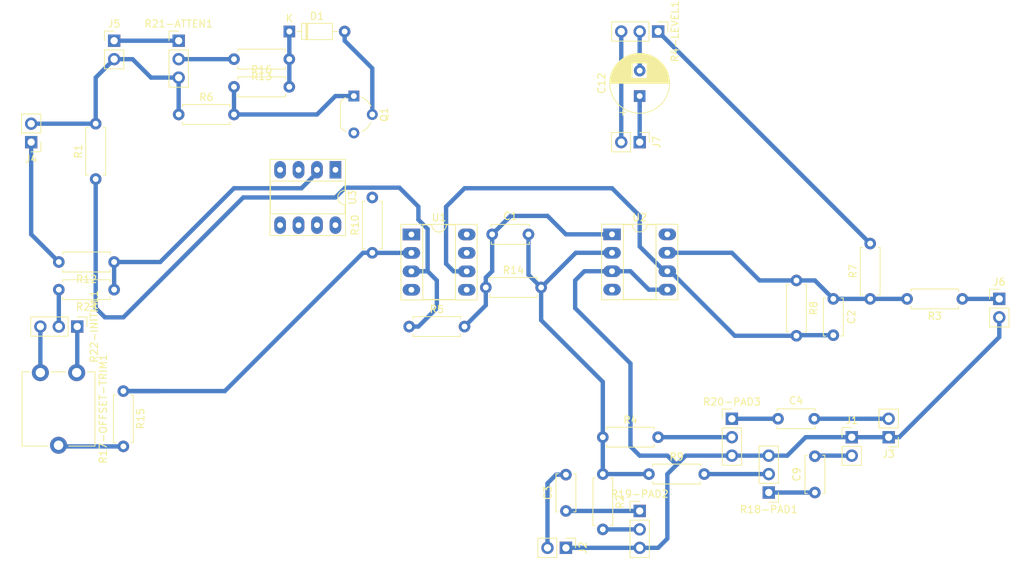
<source format=kicad_pcb>
(kicad_pcb (version 20171130) (host pcbnew "(5.0.2)-1")

  (general
    (thickness 1.6)
    (drawings 0)
    (tracks 141)
    (zones 0)
    (modules 41)
    (nets 41)
  )

  (page A4)
  (layers
    (0 F.Cu signal)
    (31 B.Cu signal)
    (32 B.Adhes user)
    (33 F.Adhes user)
    (34 B.Paste user)
    (35 F.Paste user)
    (36 B.SilkS user)
    (37 F.SilkS user)
    (38 B.Mask user)
    (39 F.Mask user)
    (40 Dwgs.User user)
    (41 Cmts.User user)
    (42 Eco1.User user)
    (43 Eco2.User user)
    (44 Edge.Cuts user)
    (45 Margin user)
    (46 B.CrtYd user)
    (47 F.CrtYd user)
    (48 B.Fab user)
    (49 F.Fab user)
  )

  (setup
    (last_trace_width 0.6)
    (trace_clearance 0.25)
    (zone_clearance 0.508)
    (zone_45_only no)
    (trace_min 0.2)
    (segment_width 0.2)
    (edge_width 0.15)
    (via_size 0.8)
    (via_drill 0.4)
    (via_min_size 0.4)
    (via_min_drill 0.3)
    (uvia_size 0.3)
    (uvia_drill 0.1)
    (uvias_allowed no)
    (uvia_min_size 0.2)
    (uvia_min_drill 0.1)
    (pcb_text_width 0.3)
    (pcb_text_size 1.5 1.5)
    (mod_edge_width 0.15)
    (mod_text_size 1 1)
    (mod_text_width 0.15)
    (pad_size 1.524 1.524)
    (pad_drill 0.762)
    (pad_to_mask_clearance 0.051)
    (solder_mask_min_width 0.25)
    (aux_axis_origin 0 0)
    (visible_elements FFFDFF7F)
    (pcbplotparams
      (layerselection 0x010fc_ffffffff)
      (usegerberextensions false)
      (usegerberattributes false)
      (usegerberadvancedattributes false)
      (creategerberjobfile false)
      (excludeedgelayer true)
      (linewidth 0.100000)
      (plotframeref false)
      (viasonmask false)
      (mode 1)
      (useauxorigin false)
      (hpglpennumber 1)
      (hpglpenspeed 20)
      (hpglpendiameter 15.000000)
      (psnegative false)
      (psa4output false)
      (plotreference true)
      (plotvalue true)
      (plotinvisibletext false)
      (padsonsilk false)
      (subtractmaskfromsilk false)
      (outputformat 1)
      (mirror false)
      (drillshape 1)
      (scaleselection 1)
      (outputdirectory ""))
  )

  (net 0 "")
  (net 1 "Net-(C1-Pad2)")
  (net 2 "Net-(C1-Pad1)")
  (net 3 "Net-(C2-Pad1)")
  (net 4 "Net-(C2-Pad2)")
  (net 5 "Net-(C3-Pad2)")
  (net 6 "Net-(C3-Pad1)")
  (net 7 "Net-(C4-Pad1)")
  (net 8 "Net-(C4-Pad2)")
  (net 9 "Net-(C9-Pad1)")
  (net 10 "Net-(C9-Pad2)")
  (net 11 "Net-(C12-Pad1)")
  (net 12 "Net-(C12-Pad2)")
  (net 13 "Net-(D1-Pad1)")
  (net 14 "Net-(D1-Pad2)")
  (net 15 GNDREF)
  (net 16 "Net-(J4-PadT)")
  (net 17 "Net-(J5-PadT)")
  (net 18 "Net-(J6-PadT)")
  (net 19 "Net-(Q1-Pad3)")
  (net 20 "Net-(Q1-Pad1)")
  (net 21 "Net-(R1-Pad1)")
  (net 22 "Net-(R19-PAD2-Pad2)")
  (net 23 "Net-(R20-PAD3-Pad2)")
  (net 24 "Net-(R4-LEVEL1-Pad1)")
  (net 25 "Net-(R18-PAD1-Pad2)")
  (net 26 "Net-(R10-Pad1)")
  (net 27 "Net-(R13-Pad2)")
  (net 28 "Net-(R15-Pad2)")
  (net 29 "Net-(R22-INITIAL1-Pad2)")
  (net 30 -15V)
  (net 31 +15V)
  (net 32 "Net-(U1-Pad1)")
  (net 33 "Net-(U1-Pad7)")
  (net 34 "Net-(U1-Pad4)")
  (net 35 "Net-(U1-Pad8)")
  (net 36 "Net-(U3-Pad1)")
  (net 37 "Net-(U3-Pad5)")
  (net 38 "Net-(U3-Pad7)")
  (net 39 "Net-(U3-Pad4)")
  (net 40 "Net-(U3-Pad8)")

  (net_class Default "This is the default net class."
    (clearance 0.25)
    (trace_width 0.6)
    (via_dia 0.8)
    (via_drill 0.4)
    (uvia_dia 0.3)
    (uvia_drill 0.1)
    (add_net +15V)
    (add_net -15V)
    (add_net GNDREF)
    (add_net "Net-(C1-Pad1)")
    (add_net "Net-(C1-Pad2)")
    (add_net "Net-(C12-Pad1)")
    (add_net "Net-(C12-Pad2)")
    (add_net "Net-(C2-Pad1)")
    (add_net "Net-(C2-Pad2)")
    (add_net "Net-(C3-Pad1)")
    (add_net "Net-(C3-Pad2)")
    (add_net "Net-(C4-Pad1)")
    (add_net "Net-(C4-Pad2)")
    (add_net "Net-(C9-Pad1)")
    (add_net "Net-(C9-Pad2)")
    (add_net "Net-(D1-Pad1)")
    (add_net "Net-(D1-Pad2)")
    (add_net "Net-(J4-PadT)")
    (add_net "Net-(J5-PadT)")
    (add_net "Net-(J6-PadT)")
    (add_net "Net-(Q1-Pad1)")
    (add_net "Net-(Q1-Pad3)")
    (add_net "Net-(R1-Pad1)")
    (add_net "Net-(R10-Pad1)")
    (add_net "Net-(R13-Pad2)")
    (add_net "Net-(R15-Pad2)")
    (add_net "Net-(R18-PAD1-Pad2)")
    (add_net "Net-(R19-PAD2-Pad2)")
    (add_net "Net-(R20-PAD3-Pad2)")
    (add_net "Net-(R22-INITIAL1-Pad2)")
    (add_net "Net-(R4-LEVEL1-Pad1)")
    (add_net "Net-(U1-Pad1)")
    (add_net "Net-(U1-Pad4)")
    (add_net "Net-(U1-Pad7)")
    (add_net "Net-(U1-Pad8)")
    (add_net "Net-(U3-Pad1)")
    (add_net "Net-(U3-Pad4)")
    (add_net "Net-(U3-Pad5)")
    (add_net "Net-(U3-Pad7)")
    (add_net "Net-(U3-Pad8)")
  )

  (module Capacitor_THT:C_Disc_D5.0mm_W2.5mm_P5.00mm (layer F.Cu) (tedit 5AE50EF0) (tstamp 5CAE6A8A)
    (at 130.81 77.47)
    (descr "C, Disc series, Radial, pin pitch=5.00mm, , diameter*width=5*2.5mm^2, Capacitor, http://cdn-reichelt.de/documents/datenblatt/B300/DS_KERKO_TC.pdf")
    (tags "C Disc series Radial pin pitch 5.00mm  diameter 5mm width 2.5mm Capacitor")
    (path /5C7B2F66)
    (fp_text reference C1 (at 2.5 -2.5) (layer F.SilkS)
      (effects (font (size 1 1) (thickness 0.15)))
    )
    (fp_text value 10pF (at 2.5 2.5) (layer F.Fab)
      (effects (font (size 1 1) (thickness 0.15)))
    )
    (fp_text user %R (at 2.5 0) (layer F.Fab)
      (effects (font (size 1 1) (thickness 0.15)))
    )
    (fp_line (start 6.05 -1.5) (end -1.05 -1.5) (layer F.CrtYd) (width 0.05))
    (fp_line (start 6.05 1.5) (end 6.05 -1.5) (layer F.CrtYd) (width 0.05))
    (fp_line (start -1.05 1.5) (end 6.05 1.5) (layer F.CrtYd) (width 0.05))
    (fp_line (start -1.05 -1.5) (end -1.05 1.5) (layer F.CrtYd) (width 0.05))
    (fp_line (start 5.12 1.055) (end 5.12 1.37) (layer F.SilkS) (width 0.12))
    (fp_line (start 5.12 -1.37) (end 5.12 -1.055) (layer F.SilkS) (width 0.12))
    (fp_line (start -0.12 1.055) (end -0.12 1.37) (layer F.SilkS) (width 0.12))
    (fp_line (start -0.12 -1.37) (end -0.12 -1.055) (layer F.SilkS) (width 0.12))
    (fp_line (start -0.12 1.37) (end 5.12 1.37) (layer F.SilkS) (width 0.12))
    (fp_line (start -0.12 -1.37) (end 5.12 -1.37) (layer F.SilkS) (width 0.12))
    (fp_line (start 5 -1.25) (end 0 -1.25) (layer F.Fab) (width 0.1))
    (fp_line (start 5 1.25) (end 5 -1.25) (layer F.Fab) (width 0.1))
    (fp_line (start 0 1.25) (end 5 1.25) (layer F.Fab) (width 0.1))
    (fp_line (start 0 -1.25) (end 0 1.25) (layer F.Fab) (width 0.1))
    (pad 2 thru_hole circle (at 5 0) (size 1.6 1.6) (drill 0.8) (layers *.Cu *.Mask)
      (net 1 "Net-(C1-Pad2)"))
    (pad 1 thru_hole circle (at 0 0) (size 1.6 1.6) (drill 0.8) (layers *.Cu *.Mask)
      (net 2 "Net-(C1-Pad1)"))
    (model ${KISYS3DMOD}/Capacitor_THT.3dshapes/C_Disc_D5.0mm_W2.5mm_P5.00mm.wrl
      (at (xyz 0 0 0))
      (scale (xyz 1 1 1))
      (rotate (xyz 0 0 0))
    )
  )

  (module Capacitor_THT:C_Disc_D5.0mm_W2.5mm_P5.00mm (layer F.Cu) (tedit 5AE50EF0) (tstamp 5CAE6A9F)
    (at 177.8 86.36 270)
    (descr "C, Disc series, Radial, pin pitch=5.00mm, , diameter*width=5*2.5mm^2, Capacitor, http://cdn-reichelt.de/documents/datenblatt/B300/DS_KERKO_TC.pdf")
    (tags "C Disc series Radial pin pitch 5.00mm  diameter 5mm width 2.5mm Capacitor")
    (path /5C841FC7)
    (fp_text reference C2 (at 2.5 -2.5 270) (layer F.SilkS)
      (effects (font (size 1 1) (thickness 0.15)))
    )
    (fp_text value 22pF (at 2.5 2.5 270) (layer F.Fab)
      (effects (font (size 1 1) (thickness 0.15)))
    )
    (fp_line (start 0 -1.25) (end 0 1.25) (layer F.Fab) (width 0.1))
    (fp_line (start 0 1.25) (end 5 1.25) (layer F.Fab) (width 0.1))
    (fp_line (start 5 1.25) (end 5 -1.25) (layer F.Fab) (width 0.1))
    (fp_line (start 5 -1.25) (end 0 -1.25) (layer F.Fab) (width 0.1))
    (fp_line (start -0.12 -1.37) (end 5.12 -1.37) (layer F.SilkS) (width 0.12))
    (fp_line (start -0.12 1.37) (end 5.12 1.37) (layer F.SilkS) (width 0.12))
    (fp_line (start -0.12 -1.37) (end -0.12 -1.055) (layer F.SilkS) (width 0.12))
    (fp_line (start -0.12 1.055) (end -0.12 1.37) (layer F.SilkS) (width 0.12))
    (fp_line (start 5.12 -1.37) (end 5.12 -1.055) (layer F.SilkS) (width 0.12))
    (fp_line (start 5.12 1.055) (end 5.12 1.37) (layer F.SilkS) (width 0.12))
    (fp_line (start -1.05 -1.5) (end -1.05 1.5) (layer F.CrtYd) (width 0.05))
    (fp_line (start -1.05 1.5) (end 6.05 1.5) (layer F.CrtYd) (width 0.05))
    (fp_line (start 6.05 1.5) (end 6.05 -1.5) (layer F.CrtYd) (width 0.05))
    (fp_line (start 6.05 -1.5) (end -1.05 -1.5) (layer F.CrtYd) (width 0.05))
    (fp_text user %R (at 2.5 0 270) (layer F.Fab)
      (effects (font (size 1 1) (thickness 0.15)))
    )
    (pad 1 thru_hole circle (at 0 0 270) (size 1.6 1.6) (drill 0.8) (layers *.Cu *.Mask)
      (net 3 "Net-(C2-Pad1)"))
    (pad 2 thru_hole circle (at 5 0 270) (size 1.6 1.6) (drill 0.8) (layers *.Cu *.Mask)
      (net 4 "Net-(C2-Pad2)"))
    (model ${KISYS3DMOD}/Capacitor_THT.3dshapes/C_Disc_D5.0mm_W2.5mm_P5.00mm.wrl
      (at (xyz 0 0 0))
      (scale (xyz 1 1 1))
      (rotate (xyz 0 0 0))
    )
  )

  (module Capacitor_THT:C_Disc_D5.0mm_W2.5mm_P5.00mm (layer F.Cu) (tedit 5AE50EF0) (tstamp 5CAE6AB4)
    (at 140.97 115.57 90)
    (descr "C, Disc series, Radial, pin pitch=5.00mm, , diameter*width=5*2.5mm^2, Capacitor, http://cdn-reichelt.de/documents/datenblatt/B300/DS_KERKO_TC.pdf")
    (tags "C Disc series Radial pin pitch 5.00mm  diameter 5mm width 2.5mm Capacitor")
    (path /5C7B09E9)
    (fp_text reference C3 (at 2.5 -2.5 90) (layer F.SilkS)
      (effects (font (size 1 1) (thickness 0.15)))
    )
    (fp_text value 0.22uF (at 2.5 2.5 90) (layer F.Fab)
      (effects (font (size 1 1) (thickness 0.15)))
    )
    (fp_text user %R (at 2.5 0 90) (layer F.Fab)
      (effects (font (size 1 1) (thickness 0.15)))
    )
    (fp_line (start 6.05 -1.5) (end -1.05 -1.5) (layer F.CrtYd) (width 0.05))
    (fp_line (start 6.05 1.5) (end 6.05 -1.5) (layer F.CrtYd) (width 0.05))
    (fp_line (start -1.05 1.5) (end 6.05 1.5) (layer F.CrtYd) (width 0.05))
    (fp_line (start -1.05 -1.5) (end -1.05 1.5) (layer F.CrtYd) (width 0.05))
    (fp_line (start 5.12 1.055) (end 5.12 1.37) (layer F.SilkS) (width 0.12))
    (fp_line (start 5.12 -1.37) (end 5.12 -1.055) (layer F.SilkS) (width 0.12))
    (fp_line (start -0.12 1.055) (end -0.12 1.37) (layer F.SilkS) (width 0.12))
    (fp_line (start -0.12 -1.37) (end -0.12 -1.055) (layer F.SilkS) (width 0.12))
    (fp_line (start -0.12 1.37) (end 5.12 1.37) (layer F.SilkS) (width 0.12))
    (fp_line (start -0.12 -1.37) (end 5.12 -1.37) (layer F.SilkS) (width 0.12))
    (fp_line (start 5 -1.25) (end 0 -1.25) (layer F.Fab) (width 0.1))
    (fp_line (start 5 1.25) (end 5 -1.25) (layer F.Fab) (width 0.1))
    (fp_line (start 0 1.25) (end 5 1.25) (layer F.Fab) (width 0.1))
    (fp_line (start 0 -1.25) (end 0 1.25) (layer F.Fab) (width 0.1))
    (pad 2 thru_hole circle (at 5 0 90) (size 1.6 1.6) (drill 0.8) (layers *.Cu *.Mask)
      (net 5 "Net-(C3-Pad2)"))
    (pad 1 thru_hole circle (at 0 0 90) (size 1.6 1.6) (drill 0.8) (layers *.Cu *.Mask)
      (net 6 "Net-(C3-Pad1)"))
    (model ${KISYS3DMOD}/Capacitor_THT.3dshapes/C_Disc_D5.0mm_W2.5mm_P5.00mm.wrl
      (at (xyz 0 0 0))
      (scale (xyz 1 1 1))
      (rotate (xyz 0 0 0))
    )
  )

  (module Capacitor_THT:C_Disc_D5.0mm_W2.5mm_P5.00mm (layer F.Cu) (tedit 5AE50EF0) (tstamp 5CAE6AC9)
    (at 170.18 102.87)
    (descr "C, Disc series, Radial, pin pitch=5.00mm, , diameter*width=5*2.5mm^2, Capacitor, http://cdn-reichelt.de/documents/datenblatt/B300/DS_KERKO_TC.pdf")
    (tags "C Disc series Radial pin pitch 5.00mm  diameter 5mm width 2.5mm Capacitor")
    (path /5C7B121D)
    (fp_text reference C4 (at 2.5 -2.5) (layer F.SilkS)
      (effects (font (size 1 1) (thickness 0.15)))
    )
    (fp_text value 0.22uF (at 2.5 2.5) (layer F.Fab)
      (effects (font (size 1 1) (thickness 0.15)))
    )
    (fp_line (start 0 -1.25) (end 0 1.25) (layer F.Fab) (width 0.1))
    (fp_line (start 0 1.25) (end 5 1.25) (layer F.Fab) (width 0.1))
    (fp_line (start 5 1.25) (end 5 -1.25) (layer F.Fab) (width 0.1))
    (fp_line (start 5 -1.25) (end 0 -1.25) (layer F.Fab) (width 0.1))
    (fp_line (start -0.12 -1.37) (end 5.12 -1.37) (layer F.SilkS) (width 0.12))
    (fp_line (start -0.12 1.37) (end 5.12 1.37) (layer F.SilkS) (width 0.12))
    (fp_line (start -0.12 -1.37) (end -0.12 -1.055) (layer F.SilkS) (width 0.12))
    (fp_line (start -0.12 1.055) (end -0.12 1.37) (layer F.SilkS) (width 0.12))
    (fp_line (start 5.12 -1.37) (end 5.12 -1.055) (layer F.SilkS) (width 0.12))
    (fp_line (start 5.12 1.055) (end 5.12 1.37) (layer F.SilkS) (width 0.12))
    (fp_line (start -1.05 -1.5) (end -1.05 1.5) (layer F.CrtYd) (width 0.05))
    (fp_line (start -1.05 1.5) (end 6.05 1.5) (layer F.CrtYd) (width 0.05))
    (fp_line (start 6.05 1.5) (end 6.05 -1.5) (layer F.CrtYd) (width 0.05))
    (fp_line (start 6.05 -1.5) (end -1.05 -1.5) (layer F.CrtYd) (width 0.05))
    (fp_text user %R (at 2.5 0) (layer F.Fab)
      (effects (font (size 1 1) (thickness 0.15)))
    )
    (pad 1 thru_hole circle (at 0 0) (size 1.6 1.6) (drill 0.8) (layers *.Cu *.Mask)
      (net 7 "Net-(C4-Pad1)"))
    (pad 2 thru_hole circle (at 5 0) (size 1.6 1.6) (drill 0.8) (layers *.Cu *.Mask)
      (net 8 "Net-(C4-Pad2)"))
    (model ${KISYS3DMOD}/Capacitor_THT.3dshapes/C_Disc_D5.0mm_W2.5mm_P5.00mm.wrl
      (at (xyz 0 0 0))
      (scale (xyz 1 1 1))
      (rotate (xyz 0 0 0))
    )
  )

  (module Capacitor_THT:C_Disc_D5.0mm_W2.5mm_P5.00mm (layer F.Cu) (tedit 5AE50EF0) (tstamp 5CAE6ADE)
    (at 175.26 113.03 90)
    (descr "C, Disc series, Radial, pin pitch=5.00mm, , diameter*width=5*2.5mm^2, Capacitor, http://cdn-reichelt.de/documents/datenblatt/B300/DS_KERKO_TC.pdf")
    (tags "C Disc series Radial pin pitch 5.00mm  diameter 5mm width 2.5mm Capacitor")
    (path /5C7AF8C1)
    (fp_text reference C9 (at 2.5 -2.5 90) (layer F.SilkS)
      (effects (font (size 1 1) (thickness 0.15)))
    )
    (fp_text value 0.22uF (at 2.5 2.5 90) (layer F.Fab)
      (effects (font (size 1 1) (thickness 0.15)))
    )
    (fp_line (start 0 -1.25) (end 0 1.25) (layer F.Fab) (width 0.1))
    (fp_line (start 0 1.25) (end 5 1.25) (layer F.Fab) (width 0.1))
    (fp_line (start 5 1.25) (end 5 -1.25) (layer F.Fab) (width 0.1))
    (fp_line (start 5 -1.25) (end 0 -1.25) (layer F.Fab) (width 0.1))
    (fp_line (start -0.12 -1.37) (end 5.12 -1.37) (layer F.SilkS) (width 0.12))
    (fp_line (start -0.12 1.37) (end 5.12 1.37) (layer F.SilkS) (width 0.12))
    (fp_line (start -0.12 -1.37) (end -0.12 -1.055) (layer F.SilkS) (width 0.12))
    (fp_line (start -0.12 1.055) (end -0.12 1.37) (layer F.SilkS) (width 0.12))
    (fp_line (start 5.12 -1.37) (end 5.12 -1.055) (layer F.SilkS) (width 0.12))
    (fp_line (start 5.12 1.055) (end 5.12 1.37) (layer F.SilkS) (width 0.12))
    (fp_line (start -1.05 -1.5) (end -1.05 1.5) (layer F.CrtYd) (width 0.05))
    (fp_line (start -1.05 1.5) (end 6.05 1.5) (layer F.CrtYd) (width 0.05))
    (fp_line (start 6.05 1.5) (end 6.05 -1.5) (layer F.CrtYd) (width 0.05))
    (fp_line (start 6.05 -1.5) (end -1.05 -1.5) (layer F.CrtYd) (width 0.05))
    (fp_text user %R (at 2.5 0 90) (layer F.Fab)
      (effects (font (size 1 1) (thickness 0.15)))
    )
    (pad 1 thru_hole circle (at 0 0 90) (size 1.6 1.6) (drill 0.8) (layers *.Cu *.Mask)
      (net 9 "Net-(C9-Pad1)"))
    (pad 2 thru_hole circle (at 5 0 90) (size 1.6 1.6) (drill 0.8) (layers *.Cu *.Mask)
      (net 10 "Net-(C9-Pad2)"))
    (model ${KISYS3DMOD}/Capacitor_THT.3dshapes/C_Disc_D5.0mm_W2.5mm_P5.00mm.wrl
      (at (xyz 0 0 0))
      (scale (xyz 1 1 1))
      (rotate (xyz 0 0 0))
    )
  )

  (module Capacitor_THT:CP_Radial_D8.0mm_P3.50mm (layer F.Cu) (tedit 5AE50EF0) (tstamp 5CAE6B87)
    (at 151.13 58.42 90)
    (descr "CP, Radial series, Radial, pin pitch=3.50mm, , diameter=8mm, Electrolytic Capacitor")
    (tags "CP Radial series Radial pin pitch 3.50mm  diameter 8mm Electrolytic Capacitor")
    (path /5C849893)
    (fp_text reference C12 (at 1.75 -5.25 90) (layer F.SilkS)
      (effects (font (size 1 1) (thickness 0.15)))
    )
    (fp_text value "2.2uF NP" (at 1.75 5.25 90) (layer F.Fab)
      (effects (font (size 1 1) (thickness 0.15)))
    )
    (fp_circle (center 1.75 0) (end 5.75 0) (layer F.Fab) (width 0.1))
    (fp_circle (center 1.75 0) (end 5.87 0) (layer F.SilkS) (width 0.12))
    (fp_circle (center 1.75 0) (end 6 0) (layer F.CrtYd) (width 0.05))
    (fp_line (start -1.676759 -1.7475) (end -0.876759 -1.7475) (layer F.Fab) (width 0.1))
    (fp_line (start -1.276759 -2.1475) (end -1.276759 -1.3475) (layer F.Fab) (width 0.1))
    (fp_line (start 1.75 -4.08) (end 1.75 4.08) (layer F.SilkS) (width 0.12))
    (fp_line (start 1.79 -4.08) (end 1.79 4.08) (layer F.SilkS) (width 0.12))
    (fp_line (start 1.83 -4.08) (end 1.83 4.08) (layer F.SilkS) (width 0.12))
    (fp_line (start 1.87 -4.079) (end 1.87 4.079) (layer F.SilkS) (width 0.12))
    (fp_line (start 1.91 -4.077) (end 1.91 4.077) (layer F.SilkS) (width 0.12))
    (fp_line (start 1.95 -4.076) (end 1.95 4.076) (layer F.SilkS) (width 0.12))
    (fp_line (start 1.99 -4.074) (end 1.99 4.074) (layer F.SilkS) (width 0.12))
    (fp_line (start 2.03 -4.071) (end 2.03 4.071) (layer F.SilkS) (width 0.12))
    (fp_line (start 2.07 -4.068) (end 2.07 4.068) (layer F.SilkS) (width 0.12))
    (fp_line (start 2.11 -4.065) (end 2.11 4.065) (layer F.SilkS) (width 0.12))
    (fp_line (start 2.15 -4.061) (end 2.15 4.061) (layer F.SilkS) (width 0.12))
    (fp_line (start 2.19 -4.057) (end 2.19 4.057) (layer F.SilkS) (width 0.12))
    (fp_line (start 2.23 -4.052) (end 2.23 4.052) (layer F.SilkS) (width 0.12))
    (fp_line (start 2.27 -4.048) (end 2.27 4.048) (layer F.SilkS) (width 0.12))
    (fp_line (start 2.31 -4.042) (end 2.31 4.042) (layer F.SilkS) (width 0.12))
    (fp_line (start 2.35 -4.037) (end 2.35 4.037) (layer F.SilkS) (width 0.12))
    (fp_line (start 2.39 -4.03) (end 2.39 4.03) (layer F.SilkS) (width 0.12))
    (fp_line (start 2.43 -4.024) (end 2.43 4.024) (layer F.SilkS) (width 0.12))
    (fp_line (start 2.471 -4.017) (end 2.471 -1.04) (layer F.SilkS) (width 0.12))
    (fp_line (start 2.471 1.04) (end 2.471 4.017) (layer F.SilkS) (width 0.12))
    (fp_line (start 2.511 -4.01) (end 2.511 -1.04) (layer F.SilkS) (width 0.12))
    (fp_line (start 2.511 1.04) (end 2.511 4.01) (layer F.SilkS) (width 0.12))
    (fp_line (start 2.551 -4.002) (end 2.551 -1.04) (layer F.SilkS) (width 0.12))
    (fp_line (start 2.551 1.04) (end 2.551 4.002) (layer F.SilkS) (width 0.12))
    (fp_line (start 2.591 -3.994) (end 2.591 -1.04) (layer F.SilkS) (width 0.12))
    (fp_line (start 2.591 1.04) (end 2.591 3.994) (layer F.SilkS) (width 0.12))
    (fp_line (start 2.631 -3.985) (end 2.631 -1.04) (layer F.SilkS) (width 0.12))
    (fp_line (start 2.631 1.04) (end 2.631 3.985) (layer F.SilkS) (width 0.12))
    (fp_line (start 2.671 -3.976) (end 2.671 -1.04) (layer F.SilkS) (width 0.12))
    (fp_line (start 2.671 1.04) (end 2.671 3.976) (layer F.SilkS) (width 0.12))
    (fp_line (start 2.711 -3.967) (end 2.711 -1.04) (layer F.SilkS) (width 0.12))
    (fp_line (start 2.711 1.04) (end 2.711 3.967) (layer F.SilkS) (width 0.12))
    (fp_line (start 2.751 -3.957) (end 2.751 -1.04) (layer F.SilkS) (width 0.12))
    (fp_line (start 2.751 1.04) (end 2.751 3.957) (layer F.SilkS) (width 0.12))
    (fp_line (start 2.791 -3.947) (end 2.791 -1.04) (layer F.SilkS) (width 0.12))
    (fp_line (start 2.791 1.04) (end 2.791 3.947) (layer F.SilkS) (width 0.12))
    (fp_line (start 2.831 -3.936) (end 2.831 -1.04) (layer F.SilkS) (width 0.12))
    (fp_line (start 2.831 1.04) (end 2.831 3.936) (layer F.SilkS) (width 0.12))
    (fp_line (start 2.871 -3.925) (end 2.871 -1.04) (layer F.SilkS) (width 0.12))
    (fp_line (start 2.871 1.04) (end 2.871 3.925) (layer F.SilkS) (width 0.12))
    (fp_line (start 2.911 -3.914) (end 2.911 -1.04) (layer F.SilkS) (width 0.12))
    (fp_line (start 2.911 1.04) (end 2.911 3.914) (layer F.SilkS) (width 0.12))
    (fp_line (start 2.951 -3.902) (end 2.951 -1.04) (layer F.SilkS) (width 0.12))
    (fp_line (start 2.951 1.04) (end 2.951 3.902) (layer F.SilkS) (width 0.12))
    (fp_line (start 2.991 -3.889) (end 2.991 -1.04) (layer F.SilkS) (width 0.12))
    (fp_line (start 2.991 1.04) (end 2.991 3.889) (layer F.SilkS) (width 0.12))
    (fp_line (start 3.031 -3.877) (end 3.031 -1.04) (layer F.SilkS) (width 0.12))
    (fp_line (start 3.031 1.04) (end 3.031 3.877) (layer F.SilkS) (width 0.12))
    (fp_line (start 3.071 -3.863) (end 3.071 -1.04) (layer F.SilkS) (width 0.12))
    (fp_line (start 3.071 1.04) (end 3.071 3.863) (layer F.SilkS) (width 0.12))
    (fp_line (start 3.111 -3.85) (end 3.111 -1.04) (layer F.SilkS) (width 0.12))
    (fp_line (start 3.111 1.04) (end 3.111 3.85) (layer F.SilkS) (width 0.12))
    (fp_line (start 3.151 -3.835) (end 3.151 -1.04) (layer F.SilkS) (width 0.12))
    (fp_line (start 3.151 1.04) (end 3.151 3.835) (layer F.SilkS) (width 0.12))
    (fp_line (start 3.191 -3.821) (end 3.191 -1.04) (layer F.SilkS) (width 0.12))
    (fp_line (start 3.191 1.04) (end 3.191 3.821) (layer F.SilkS) (width 0.12))
    (fp_line (start 3.231 -3.805) (end 3.231 -1.04) (layer F.SilkS) (width 0.12))
    (fp_line (start 3.231 1.04) (end 3.231 3.805) (layer F.SilkS) (width 0.12))
    (fp_line (start 3.271 -3.79) (end 3.271 -1.04) (layer F.SilkS) (width 0.12))
    (fp_line (start 3.271 1.04) (end 3.271 3.79) (layer F.SilkS) (width 0.12))
    (fp_line (start 3.311 -3.774) (end 3.311 -1.04) (layer F.SilkS) (width 0.12))
    (fp_line (start 3.311 1.04) (end 3.311 3.774) (layer F.SilkS) (width 0.12))
    (fp_line (start 3.351 -3.757) (end 3.351 -1.04) (layer F.SilkS) (width 0.12))
    (fp_line (start 3.351 1.04) (end 3.351 3.757) (layer F.SilkS) (width 0.12))
    (fp_line (start 3.391 -3.74) (end 3.391 -1.04) (layer F.SilkS) (width 0.12))
    (fp_line (start 3.391 1.04) (end 3.391 3.74) (layer F.SilkS) (width 0.12))
    (fp_line (start 3.431 -3.722) (end 3.431 -1.04) (layer F.SilkS) (width 0.12))
    (fp_line (start 3.431 1.04) (end 3.431 3.722) (layer F.SilkS) (width 0.12))
    (fp_line (start 3.471 -3.704) (end 3.471 -1.04) (layer F.SilkS) (width 0.12))
    (fp_line (start 3.471 1.04) (end 3.471 3.704) (layer F.SilkS) (width 0.12))
    (fp_line (start 3.511 -3.686) (end 3.511 -1.04) (layer F.SilkS) (width 0.12))
    (fp_line (start 3.511 1.04) (end 3.511 3.686) (layer F.SilkS) (width 0.12))
    (fp_line (start 3.551 -3.666) (end 3.551 -1.04) (layer F.SilkS) (width 0.12))
    (fp_line (start 3.551 1.04) (end 3.551 3.666) (layer F.SilkS) (width 0.12))
    (fp_line (start 3.591 -3.647) (end 3.591 -1.04) (layer F.SilkS) (width 0.12))
    (fp_line (start 3.591 1.04) (end 3.591 3.647) (layer F.SilkS) (width 0.12))
    (fp_line (start 3.631 -3.627) (end 3.631 -1.04) (layer F.SilkS) (width 0.12))
    (fp_line (start 3.631 1.04) (end 3.631 3.627) (layer F.SilkS) (width 0.12))
    (fp_line (start 3.671 -3.606) (end 3.671 -1.04) (layer F.SilkS) (width 0.12))
    (fp_line (start 3.671 1.04) (end 3.671 3.606) (layer F.SilkS) (width 0.12))
    (fp_line (start 3.711 -3.584) (end 3.711 -1.04) (layer F.SilkS) (width 0.12))
    (fp_line (start 3.711 1.04) (end 3.711 3.584) (layer F.SilkS) (width 0.12))
    (fp_line (start 3.751 -3.562) (end 3.751 -1.04) (layer F.SilkS) (width 0.12))
    (fp_line (start 3.751 1.04) (end 3.751 3.562) (layer F.SilkS) (width 0.12))
    (fp_line (start 3.791 -3.54) (end 3.791 -1.04) (layer F.SilkS) (width 0.12))
    (fp_line (start 3.791 1.04) (end 3.791 3.54) (layer F.SilkS) (width 0.12))
    (fp_line (start 3.831 -3.517) (end 3.831 -1.04) (layer F.SilkS) (width 0.12))
    (fp_line (start 3.831 1.04) (end 3.831 3.517) (layer F.SilkS) (width 0.12))
    (fp_line (start 3.871 -3.493) (end 3.871 -1.04) (layer F.SilkS) (width 0.12))
    (fp_line (start 3.871 1.04) (end 3.871 3.493) (layer F.SilkS) (width 0.12))
    (fp_line (start 3.911 -3.469) (end 3.911 -1.04) (layer F.SilkS) (width 0.12))
    (fp_line (start 3.911 1.04) (end 3.911 3.469) (layer F.SilkS) (width 0.12))
    (fp_line (start 3.951 -3.444) (end 3.951 -1.04) (layer F.SilkS) (width 0.12))
    (fp_line (start 3.951 1.04) (end 3.951 3.444) (layer F.SilkS) (width 0.12))
    (fp_line (start 3.991 -3.418) (end 3.991 -1.04) (layer F.SilkS) (width 0.12))
    (fp_line (start 3.991 1.04) (end 3.991 3.418) (layer F.SilkS) (width 0.12))
    (fp_line (start 4.031 -3.392) (end 4.031 -1.04) (layer F.SilkS) (width 0.12))
    (fp_line (start 4.031 1.04) (end 4.031 3.392) (layer F.SilkS) (width 0.12))
    (fp_line (start 4.071 -3.365) (end 4.071 -1.04) (layer F.SilkS) (width 0.12))
    (fp_line (start 4.071 1.04) (end 4.071 3.365) (layer F.SilkS) (width 0.12))
    (fp_line (start 4.111 -3.338) (end 4.111 -1.04) (layer F.SilkS) (width 0.12))
    (fp_line (start 4.111 1.04) (end 4.111 3.338) (layer F.SilkS) (width 0.12))
    (fp_line (start 4.151 -3.309) (end 4.151 -1.04) (layer F.SilkS) (width 0.12))
    (fp_line (start 4.151 1.04) (end 4.151 3.309) (layer F.SilkS) (width 0.12))
    (fp_line (start 4.191 -3.28) (end 4.191 -1.04) (layer F.SilkS) (width 0.12))
    (fp_line (start 4.191 1.04) (end 4.191 3.28) (layer F.SilkS) (width 0.12))
    (fp_line (start 4.231 -3.25) (end 4.231 -1.04) (layer F.SilkS) (width 0.12))
    (fp_line (start 4.231 1.04) (end 4.231 3.25) (layer F.SilkS) (width 0.12))
    (fp_line (start 4.271 -3.22) (end 4.271 -1.04) (layer F.SilkS) (width 0.12))
    (fp_line (start 4.271 1.04) (end 4.271 3.22) (layer F.SilkS) (width 0.12))
    (fp_line (start 4.311 -3.189) (end 4.311 -1.04) (layer F.SilkS) (width 0.12))
    (fp_line (start 4.311 1.04) (end 4.311 3.189) (layer F.SilkS) (width 0.12))
    (fp_line (start 4.351 -3.156) (end 4.351 -1.04) (layer F.SilkS) (width 0.12))
    (fp_line (start 4.351 1.04) (end 4.351 3.156) (layer F.SilkS) (width 0.12))
    (fp_line (start 4.391 -3.124) (end 4.391 -1.04) (layer F.SilkS) (width 0.12))
    (fp_line (start 4.391 1.04) (end 4.391 3.124) (layer F.SilkS) (width 0.12))
    (fp_line (start 4.431 -3.09) (end 4.431 -1.04) (layer F.SilkS) (width 0.12))
    (fp_line (start 4.431 1.04) (end 4.431 3.09) (layer F.SilkS) (width 0.12))
    (fp_line (start 4.471 -3.055) (end 4.471 -1.04) (layer F.SilkS) (width 0.12))
    (fp_line (start 4.471 1.04) (end 4.471 3.055) (layer F.SilkS) (width 0.12))
    (fp_line (start 4.511 -3.019) (end 4.511 -1.04) (layer F.SilkS) (width 0.12))
    (fp_line (start 4.511 1.04) (end 4.511 3.019) (layer F.SilkS) (width 0.12))
    (fp_line (start 4.551 -2.983) (end 4.551 2.983) (layer F.SilkS) (width 0.12))
    (fp_line (start 4.591 -2.945) (end 4.591 2.945) (layer F.SilkS) (width 0.12))
    (fp_line (start 4.631 -2.907) (end 4.631 2.907) (layer F.SilkS) (width 0.12))
    (fp_line (start 4.671 -2.867) (end 4.671 2.867) (layer F.SilkS) (width 0.12))
    (fp_line (start 4.711 -2.826) (end 4.711 2.826) (layer F.SilkS) (width 0.12))
    (fp_line (start 4.751 -2.784) (end 4.751 2.784) (layer F.SilkS) (width 0.12))
    (fp_line (start 4.791 -2.741) (end 4.791 2.741) (layer F.SilkS) (width 0.12))
    (fp_line (start 4.831 -2.697) (end 4.831 2.697) (layer F.SilkS) (width 0.12))
    (fp_line (start 4.871 -2.651) (end 4.871 2.651) (layer F.SilkS) (width 0.12))
    (fp_line (start 4.911 -2.604) (end 4.911 2.604) (layer F.SilkS) (width 0.12))
    (fp_line (start 4.951 -2.556) (end 4.951 2.556) (layer F.SilkS) (width 0.12))
    (fp_line (start 4.991 -2.505) (end 4.991 2.505) (layer F.SilkS) (width 0.12))
    (fp_line (start 5.031 -2.454) (end 5.031 2.454) (layer F.SilkS) (width 0.12))
    (fp_line (start 5.071 -2.4) (end 5.071 2.4) (layer F.SilkS) (width 0.12))
    (fp_line (start 5.111 -2.345) (end 5.111 2.345) (layer F.SilkS) (width 0.12))
    (fp_line (start 5.151 -2.287) (end 5.151 2.287) (layer F.SilkS) (width 0.12))
    (fp_line (start 5.191 -2.228) (end 5.191 2.228) (layer F.SilkS) (width 0.12))
    (fp_line (start 5.231 -2.166) (end 5.231 2.166) (layer F.SilkS) (width 0.12))
    (fp_line (start 5.271 -2.102) (end 5.271 2.102) (layer F.SilkS) (width 0.12))
    (fp_line (start 5.311 -2.034) (end 5.311 2.034) (layer F.SilkS) (width 0.12))
    (fp_line (start 5.351 -1.964) (end 5.351 1.964) (layer F.SilkS) (width 0.12))
    (fp_line (start 5.391 -1.89) (end 5.391 1.89) (layer F.SilkS) (width 0.12))
    (fp_line (start 5.431 -1.813) (end 5.431 1.813) (layer F.SilkS) (width 0.12))
    (fp_line (start 5.471 -1.731) (end 5.471 1.731) (layer F.SilkS) (width 0.12))
    (fp_line (start 5.511 -1.645) (end 5.511 1.645) (layer F.SilkS) (width 0.12))
    (fp_line (start 5.551 -1.552) (end 5.551 1.552) (layer F.SilkS) (width 0.12))
    (fp_line (start 5.591 -1.453) (end 5.591 1.453) (layer F.SilkS) (width 0.12))
    (fp_line (start 5.631 -1.346) (end 5.631 1.346) (layer F.SilkS) (width 0.12))
    (fp_line (start 5.671 -1.229) (end 5.671 1.229) (layer F.SilkS) (width 0.12))
    (fp_line (start 5.711 -1.098) (end 5.711 1.098) (layer F.SilkS) (width 0.12))
    (fp_line (start 5.751 -0.948) (end 5.751 0.948) (layer F.SilkS) (width 0.12))
    (fp_line (start 5.791 -0.768) (end 5.791 0.768) (layer F.SilkS) (width 0.12))
    (fp_line (start 5.831 -0.533) (end 5.831 0.533) (layer F.SilkS) (width 0.12))
    (fp_line (start -2.659698 -2.315) (end -1.859698 -2.315) (layer F.SilkS) (width 0.12))
    (fp_line (start -2.259698 -2.715) (end -2.259698 -1.915) (layer F.SilkS) (width 0.12))
    (fp_text user %R (at 1.75 0 90) (layer F.Fab)
      (effects (font (size 1 1) (thickness 0.15)))
    )
    (pad 1 thru_hole rect (at 0 0 90) (size 1.6 1.6) (drill 0.8) (layers *.Cu *.Mask)
      (net 11 "Net-(C12-Pad1)"))
    (pad 2 thru_hole circle (at 3.5 0 90) (size 1.6 1.6) (drill 0.8) (layers *.Cu *.Mask)
      (net 12 "Net-(C12-Pad2)"))
    (model ${KISYS3DMOD}/Capacitor_THT.3dshapes/CP_Radial_D8.0mm_P3.50mm.wrl
      (at (xyz 0 0 0))
      (scale (xyz 1 1 1))
      (rotate (xyz 0 0 0))
    )
  )

  (module Diode_THT:D_DO-35_SOD27_P7.62mm_Horizontal (layer F.Cu) (tedit 5AE50CD5) (tstamp 5CAE6BA6)
    (at 102.87 49.53)
    (descr "Diode, DO-35_SOD27 series, Axial, Horizontal, pin pitch=7.62mm, , length*diameter=4*2mm^2, , http://www.diodes.com/_files/packages/DO-35.pdf")
    (tags "Diode DO-35_SOD27 series Axial Horizontal pin pitch 7.62mm  length 4mm diameter 2mm")
    (path /5C7C55E6)
    (fp_text reference D1 (at 3.81 -2.12) (layer F.SilkS)
      (effects (font (size 1 1) (thickness 0.15)))
    )
    (fp_text value 1N914 (at 3.81 2.12) (layer F.Fab)
      (effects (font (size 1 1) (thickness 0.15)))
    )
    (fp_line (start 1.81 -1) (end 1.81 1) (layer F.Fab) (width 0.1))
    (fp_line (start 1.81 1) (end 5.81 1) (layer F.Fab) (width 0.1))
    (fp_line (start 5.81 1) (end 5.81 -1) (layer F.Fab) (width 0.1))
    (fp_line (start 5.81 -1) (end 1.81 -1) (layer F.Fab) (width 0.1))
    (fp_line (start 0 0) (end 1.81 0) (layer F.Fab) (width 0.1))
    (fp_line (start 7.62 0) (end 5.81 0) (layer F.Fab) (width 0.1))
    (fp_line (start 2.41 -1) (end 2.41 1) (layer F.Fab) (width 0.1))
    (fp_line (start 2.51 -1) (end 2.51 1) (layer F.Fab) (width 0.1))
    (fp_line (start 2.31 -1) (end 2.31 1) (layer F.Fab) (width 0.1))
    (fp_line (start 1.69 -1.12) (end 1.69 1.12) (layer F.SilkS) (width 0.12))
    (fp_line (start 1.69 1.12) (end 5.93 1.12) (layer F.SilkS) (width 0.12))
    (fp_line (start 5.93 1.12) (end 5.93 -1.12) (layer F.SilkS) (width 0.12))
    (fp_line (start 5.93 -1.12) (end 1.69 -1.12) (layer F.SilkS) (width 0.12))
    (fp_line (start 1.04 0) (end 1.69 0) (layer F.SilkS) (width 0.12))
    (fp_line (start 6.58 0) (end 5.93 0) (layer F.SilkS) (width 0.12))
    (fp_line (start 2.41 -1.12) (end 2.41 1.12) (layer F.SilkS) (width 0.12))
    (fp_line (start 2.53 -1.12) (end 2.53 1.12) (layer F.SilkS) (width 0.12))
    (fp_line (start 2.29 -1.12) (end 2.29 1.12) (layer F.SilkS) (width 0.12))
    (fp_line (start -1.05 -1.25) (end -1.05 1.25) (layer F.CrtYd) (width 0.05))
    (fp_line (start -1.05 1.25) (end 8.67 1.25) (layer F.CrtYd) (width 0.05))
    (fp_line (start 8.67 1.25) (end 8.67 -1.25) (layer F.CrtYd) (width 0.05))
    (fp_line (start 8.67 -1.25) (end -1.05 -1.25) (layer F.CrtYd) (width 0.05))
    (fp_text user %R (at 4.11 0) (layer F.Fab)
      (effects (font (size 0.8 0.8) (thickness 0.12)))
    )
    (fp_text user K (at 0 -1.8) (layer F.Fab)
      (effects (font (size 1 1) (thickness 0.15)))
    )
    (fp_text user K (at 0 -1.8) (layer F.SilkS)
      (effects (font (size 1 1) (thickness 0.15)))
    )
    (pad 1 thru_hole rect (at 0 0) (size 1.6 1.6) (drill 0.8) (layers *.Cu *.Mask)
      (net 13 "Net-(D1-Pad1)"))
    (pad 2 thru_hole oval (at 7.62 0) (size 1.6 1.6) (drill 0.8) (layers *.Cu *.Mask)
      (net 14 "Net-(D1-Pad2)"))
    (model ${KISYS3DMOD}/Diode_THT.3dshapes/D_DO-35_SOD27_P7.62mm_Horizontal.wrl
      (at (xyz 0 0 0))
      (scale (xyz 1 1 1))
      (rotate (xyz 0 0 0))
    )
  )

  (module kicad_footprints:PinHeader_1x02_P2.54mm_Vertical_audio (layer F.Cu) (tedit 5C7BCD2A) (tstamp 5CAE6BBC)
    (at 180.34 105.41)
    (descr "Through hole straight pin header, 1x02, 2.54mm pitch, single row")
    (tags "Through hole pin header THT 1x02 2.54mm single row")
    (path /5C7B0494)
    (fp_text reference J1 (at 0 -2.33) (layer F.SilkS)
      (effects (font (size 1 1) (thickness 0.15)))
    )
    (fp_text value AudioJack2 (at 0 4.87) (layer F.Fab)
      (effects (font (size 1 1) (thickness 0.15)))
    )
    (fp_line (start -0.635 -1.27) (end 1.27 -1.27) (layer F.Fab) (width 0.1))
    (fp_line (start 1.27 -1.27) (end 1.27 3.81) (layer F.Fab) (width 0.1))
    (fp_line (start 1.27 3.81) (end -1.27 3.81) (layer F.Fab) (width 0.1))
    (fp_line (start -1.27 3.81) (end -1.27 -0.635) (layer F.Fab) (width 0.1))
    (fp_line (start -1.27 -0.635) (end -0.635 -1.27) (layer F.Fab) (width 0.1))
    (fp_line (start -1.33 3.87) (end 1.33 3.87) (layer F.SilkS) (width 0.12))
    (fp_line (start -1.33 1.27) (end -1.33 3.87) (layer F.SilkS) (width 0.12))
    (fp_line (start 1.33 1.27) (end 1.33 3.87) (layer F.SilkS) (width 0.12))
    (fp_line (start -1.33 1.27) (end 1.33 1.27) (layer F.SilkS) (width 0.12))
    (fp_line (start -1.33 0) (end -1.33 -1.33) (layer F.SilkS) (width 0.12))
    (fp_line (start -1.33 -1.33) (end 0 -1.33) (layer F.SilkS) (width 0.12))
    (fp_line (start -1.8 -1.8) (end -1.8 4.35) (layer F.CrtYd) (width 0.05))
    (fp_line (start -1.8 4.35) (end 1.8 4.35) (layer F.CrtYd) (width 0.05))
    (fp_line (start 1.8 4.35) (end 1.8 -1.8) (layer F.CrtYd) (width 0.05))
    (fp_line (start 1.8 -1.8) (end -1.8 -1.8) (layer F.CrtYd) (width 0.05))
    (fp_text user %R (at 0 1.27 90) (layer F.Fab)
      (effects (font (size 1 1) (thickness 0.15)))
    )
    (pad T thru_hole rect (at 0 0) (size 1.7 1.7) (drill 1) (layers *.Cu *.Mask)
      (net 15 GNDREF))
    (pad S thru_hole oval (at 0 2.54) (size 1.7 1.7) (drill 1) (layers *.Cu *.Mask)
      (net 10 "Net-(C9-Pad2)"))
    (model ${KISYS3DMOD}/Connector_PinHeader_2.54mm.3dshapes/PinHeader_1x02_P2.54mm_Vertical.wrl
      (at (xyz 0 0 0))
      (scale (xyz 1 1 1))
      (rotate (xyz 0 0 0))
    )
  )

  (module kicad_footprints:PinHeader_1x02_P2.54mm_Vertical_audio (layer F.Cu) (tedit 5C7BCD2A) (tstamp 5CAE6BD2)
    (at 140.97 120.65 270)
    (descr "Through hole straight pin header, 1x02, 2.54mm pitch, single row")
    (tags "Through hole pin header THT 1x02 2.54mm single row")
    (path /5C7B0A08)
    (fp_text reference J2 (at 0 -2.33 270) (layer F.SilkS)
      (effects (font (size 1 1) (thickness 0.15)))
    )
    (fp_text value AudioJack2 (at 0 4.87 270) (layer F.Fab)
      (effects (font (size 1 1) (thickness 0.15)))
    )
    (fp_line (start -0.635 -1.27) (end 1.27 -1.27) (layer F.Fab) (width 0.1))
    (fp_line (start 1.27 -1.27) (end 1.27 3.81) (layer F.Fab) (width 0.1))
    (fp_line (start 1.27 3.81) (end -1.27 3.81) (layer F.Fab) (width 0.1))
    (fp_line (start -1.27 3.81) (end -1.27 -0.635) (layer F.Fab) (width 0.1))
    (fp_line (start -1.27 -0.635) (end -0.635 -1.27) (layer F.Fab) (width 0.1))
    (fp_line (start -1.33 3.87) (end 1.33 3.87) (layer F.SilkS) (width 0.12))
    (fp_line (start -1.33 1.27) (end -1.33 3.87) (layer F.SilkS) (width 0.12))
    (fp_line (start 1.33 1.27) (end 1.33 3.87) (layer F.SilkS) (width 0.12))
    (fp_line (start -1.33 1.27) (end 1.33 1.27) (layer F.SilkS) (width 0.12))
    (fp_line (start -1.33 0) (end -1.33 -1.33) (layer F.SilkS) (width 0.12))
    (fp_line (start -1.33 -1.33) (end 0 -1.33) (layer F.SilkS) (width 0.12))
    (fp_line (start -1.8 -1.8) (end -1.8 4.35) (layer F.CrtYd) (width 0.05))
    (fp_line (start -1.8 4.35) (end 1.8 4.35) (layer F.CrtYd) (width 0.05))
    (fp_line (start 1.8 4.35) (end 1.8 -1.8) (layer F.CrtYd) (width 0.05))
    (fp_line (start 1.8 -1.8) (end -1.8 -1.8) (layer F.CrtYd) (width 0.05))
    (fp_text user %R (at 0 1.27) (layer F.Fab)
      (effects (font (size 1 1) (thickness 0.15)))
    )
    (pad T thru_hole rect (at 0 0 270) (size 1.7 1.7) (drill 1) (layers *.Cu *.Mask)
      (net 15 GNDREF))
    (pad S thru_hole oval (at 0 2.54 270) (size 1.7 1.7) (drill 1) (layers *.Cu *.Mask)
      (net 5 "Net-(C3-Pad2)"))
    (model ${KISYS3DMOD}/Connector_PinHeader_2.54mm.3dshapes/PinHeader_1x02_P2.54mm_Vertical.wrl
      (at (xyz 0 0 0))
      (scale (xyz 1 1 1))
      (rotate (xyz 0 0 0))
    )
  )

  (module kicad_footprints:PinHeader_1x02_P2.54mm_Vertical_audio (layer F.Cu) (tedit 5C7BCD2A) (tstamp 5CAE6BE8)
    (at 185.42 105.41 180)
    (descr "Through hole straight pin header, 1x02, 2.54mm pitch, single row")
    (tags "Through hole pin header THT 1x02 2.54mm single row")
    (path /5C7B123C)
    (fp_text reference J3 (at 0 -2.33 180) (layer F.SilkS)
      (effects (font (size 1 1) (thickness 0.15)))
    )
    (fp_text value AudioJack2 (at 0 4.87 180) (layer F.Fab)
      (effects (font (size 1 1) (thickness 0.15)))
    )
    (fp_line (start -0.635 -1.27) (end 1.27 -1.27) (layer F.Fab) (width 0.1))
    (fp_line (start 1.27 -1.27) (end 1.27 3.81) (layer F.Fab) (width 0.1))
    (fp_line (start 1.27 3.81) (end -1.27 3.81) (layer F.Fab) (width 0.1))
    (fp_line (start -1.27 3.81) (end -1.27 -0.635) (layer F.Fab) (width 0.1))
    (fp_line (start -1.27 -0.635) (end -0.635 -1.27) (layer F.Fab) (width 0.1))
    (fp_line (start -1.33 3.87) (end 1.33 3.87) (layer F.SilkS) (width 0.12))
    (fp_line (start -1.33 1.27) (end -1.33 3.87) (layer F.SilkS) (width 0.12))
    (fp_line (start 1.33 1.27) (end 1.33 3.87) (layer F.SilkS) (width 0.12))
    (fp_line (start -1.33 1.27) (end 1.33 1.27) (layer F.SilkS) (width 0.12))
    (fp_line (start -1.33 0) (end -1.33 -1.33) (layer F.SilkS) (width 0.12))
    (fp_line (start -1.33 -1.33) (end 0 -1.33) (layer F.SilkS) (width 0.12))
    (fp_line (start -1.8 -1.8) (end -1.8 4.35) (layer F.CrtYd) (width 0.05))
    (fp_line (start -1.8 4.35) (end 1.8 4.35) (layer F.CrtYd) (width 0.05))
    (fp_line (start 1.8 4.35) (end 1.8 -1.8) (layer F.CrtYd) (width 0.05))
    (fp_line (start 1.8 -1.8) (end -1.8 -1.8) (layer F.CrtYd) (width 0.05))
    (fp_text user %R (at 0 1.27 270) (layer F.Fab)
      (effects (font (size 1 1) (thickness 0.15)))
    )
    (pad T thru_hole rect (at 0 0 180) (size 1.7 1.7) (drill 1) (layers *.Cu *.Mask)
      (net 15 GNDREF))
    (pad S thru_hole oval (at 0 2.54 180) (size 1.7 1.7) (drill 1) (layers *.Cu *.Mask)
      (net 8 "Net-(C4-Pad2)"))
    (model ${KISYS3DMOD}/Connector_PinHeader_2.54mm.3dshapes/PinHeader_1x02_P2.54mm_Vertical.wrl
      (at (xyz 0 0 0))
      (scale (xyz 1 1 1))
      (rotate (xyz 0 0 0))
    )
  )

  (module kicad_footprints:PinHeader_1x02_P2.54mm_Vertical_audio (layer F.Cu) (tedit 5C7BCD2A) (tstamp 5CAE6BFE)
    (at 67.31 64.77 180)
    (descr "Through hole straight pin header, 1x02, 2.54mm pitch, single row")
    (tags "Through hole pin header THT 1x02 2.54mm single row")
    (path /5C7EAA87)
    (fp_text reference J4 (at 0 -2.33 180) (layer F.SilkS)
      (effects (font (size 1 1) (thickness 0.15)))
    )
    (fp_text value AudioJack2 (at 0 4.87 180) (layer F.Fab)
      (effects (font (size 1 1) (thickness 0.15)))
    )
    (fp_text user %R (at 0 1.27 270) (layer F.Fab)
      (effects (font (size 1 1) (thickness 0.15)))
    )
    (fp_line (start 1.8 -1.8) (end -1.8 -1.8) (layer F.CrtYd) (width 0.05))
    (fp_line (start 1.8 4.35) (end 1.8 -1.8) (layer F.CrtYd) (width 0.05))
    (fp_line (start -1.8 4.35) (end 1.8 4.35) (layer F.CrtYd) (width 0.05))
    (fp_line (start -1.8 -1.8) (end -1.8 4.35) (layer F.CrtYd) (width 0.05))
    (fp_line (start -1.33 -1.33) (end 0 -1.33) (layer F.SilkS) (width 0.12))
    (fp_line (start -1.33 0) (end -1.33 -1.33) (layer F.SilkS) (width 0.12))
    (fp_line (start -1.33 1.27) (end 1.33 1.27) (layer F.SilkS) (width 0.12))
    (fp_line (start 1.33 1.27) (end 1.33 3.87) (layer F.SilkS) (width 0.12))
    (fp_line (start -1.33 1.27) (end -1.33 3.87) (layer F.SilkS) (width 0.12))
    (fp_line (start -1.33 3.87) (end 1.33 3.87) (layer F.SilkS) (width 0.12))
    (fp_line (start -1.27 -0.635) (end -0.635 -1.27) (layer F.Fab) (width 0.1))
    (fp_line (start -1.27 3.81) (end -1.27 -0.635) (layer F.Fab) (width 0.1))
    (fp_line (start 1.27 3.81) (end -1.27 3.81) (layer F.Fab) (width 0.1))
    (fp_line (start 1.27 -1.27) (end 1.27 3.81) (layer F.Fab) (width 0.1))
    (fp_line (start -0.635 -1.27) (end 1.27 -1.27) (layer F.Fab) (width 0.1))
    (pad S thru_hole oval (at 0 2.54 180) (size 1.7 1.7) (drill 1) (layers *.Cu *.Mask)
      (net 15 GNDREF))
    (pad T thru_hole rect (at 0 0 180) (size 1.7 1.7) (drill 1) (layers *.Cu *.Mask)
      (net 16 "Net-(J4-PadT)"))
    (model ${KISYS3DMOD}/Connector_PinHeader_2.54mm.3dshapes/PinHeader_1x02_P2.54mm_Vertical.wrl
      (at (xyz 0 0 0))
      (scale (xyz 1 1 1))
      (rotate (xyz 0 0 0))
    )
  )

  (module kicad_footprints:PinHeader_1x02_P2.54mm_Vertical_audio (layer F.Cu) (tedit 5C7BCD2A) (tstamp 5CAE6C14)
    (at 78.74 50.8)
    (descr "Through hole straight pin header, 1x02, 2.54mm pitch, single row")
    (tags "Through hole pin header THT 1x02 2.54mm single row")
    (path /5C7E52E5)
    (fp_text reference J5 (at 0 -2.33) (layer F.SilkS)
      (effects (font (size 1 1) (thickness 0.15)))
    )
    (fp_text value AudioJack2 (at 0 4.87) (layer F.Fab)
      (effects (font (size 1 1) (thickness 0.15)))
    )
    (fp_line (start -0.635 -1.27) (end 1.27 -1.27) (layer F.Fab) (width 0.1))
    (fp_line (start 1.27 -1.27) (end 1.27 3.81) (layer F.Fab) (width 0.1))
    (fp_line (start 1.27 3.81) (end -1.27 3.81) (layer F.Fab) (width 0.1))
    (fp_line (start -1.27 3.81) (end -1.27 -0.635) (layer F.Fab) (width 0.1))
    (fp_line (start -1.27 -0.635) (end -0.635 -1.27) (layer F.Fab) (width 0.1))
    (fp_line (start -1.33 3.87) (end 1.33 3.87) (layer F.SilkS) (width 0.12))
    (fp_line (start -1.33 1.27) (end -1.33 3.87) (layer F.SilkS) (width 0.12))
    (fp_line (start 1.33 1.27) (end 1.33 3.87) (layer F.SilkS) (width 0.12))
    (fp_line (start -1.33 1.27) (end 1.33 1.27) (layer F.SilkS) (width 0.12))
    (fp_line (start -1.33 0) (end -1.33 -1.33) (layer F.SilkS) (width 0.12))
    (fp_line (start -1.33 -1.33) (end 0 -1.33) (layer F.SilkS) (width 0.12))
    (fp_line (start -1.8 -1.8) (end -1.8 4.35) (layer F.CrtYd) (width 0.05))
    (fp_line (start -1.8 4.35) (end 1.8 4.35) (layer F.CrtYd) (width 0.05))
    (fp_line (start 1.8 4.35) (end 1.8 -1.8) (layer F.CrtYd) (width 0.05))
    (fp_line (start 1.8 -1.8) (end -1.8 -1.8) (layer F.CrtYd) (width 0.05))
    (fp_text user %R (at 0 1.27 90) (layer F.Fab)
      (effects (font (size 1 1) (thickness 0.15)))
    )
    (pad T thru_hole rect (at 0 0) (size 1.7 1.7) (drill 1) (layers *.Cu *.Mask)
      (net 17 "Net-(J5-PadT)"))
    (pad S thru_hole oval (at 0 2.54) (size 1.7 1.7) (drill 1) (layers *.Cu *.Mask)
      (net 15 GNDREF))
    (model ${KISYS3DMOD}/Connector_PinHeader_2.54mm.3dshapes/PinHeader_1x02_P2.54mm_Vertical.wrl
      (at (xyz 0 0 0))
      (scale (xyz 1 1 1))
      (rotate (xyz 0 0 0))
    )
  )

  (module kicad_footprints:PinHeader_1x02_P2.54mm_Vertical_audio (layer F.Cu) (tedit 5C7BCD2A) (tstamp 5CAE6C2A)
    (at 200.66 86.36)
    (descr "Through hole straight pin header, 1x02, 2.54mm pitch, single row")
    (tags "Through hole pin header THT 1x02 2.54mm single row")
    (path /5C849583)
    (fp_text reference J6 (at 0 -2.33) (layer F.SilkS)
      (effects (font (size 1 1) (thickness 0.15)))
    )
    (fp_text value "MAX OUT" (at 0 4.87) (layer F.Fab)
      (effects (font (size 1 1) (thickness 0.15)))
    )
    (fp_text user %R (at 0 1.27 90) (layer F.Fab)
      (effects (font (size 1 1) (thickness 0.15)))
    )
    (fp_line (start 1.8 -1.8) (end -1.8 -1.8) (layer F.CrtYd) (width 0.05))
    (fp_line (start 1.8 4.35) (end 1.8 -1.8) (layer F.CrtYd) (width 0.05))
    (fp_line (start -1.8 4.35) (end 1.8 4.35) (layer F.CrtYd) (width 0.05))
    (fp_line (start -1.8 -1.8) (end -1.8 4.35) (layer F.CrtYd) (width 0.05))
    (fp_line (start -1.33 -1.33) (end 0 -1.33) (layer F.SilkS) (width 0.12))
    (fp_line (start -1.33 0) (end -1.33 -1.33) (layer F.SilkS) (width 0.12))
    (fp_line (start -1.33 1.27) (end 1.33 1.27) (layer F.SilkS) (width 0.12))
    (fp_line (start 1.33 1.27) (end 1.33 3.87) (layer F.SilkS) (width 0.12))
    (fp_line (start -1.33 1.27) (end -1.33 3.87) (layer F.SilkS) (width 0.12))
    (fp_line (start -1.33 3.87) (end 1.33 3.87) (layer F.SilkS) (width 0.12))
    (fp_line (start -1.27 -0.635) (end -0.635 -1.27) (layer F.Fab) (width 0.1))
    (fp_line (start -1.27 3.81) (end -1.27 -0.635) (layer F.Fab) (width 0.1))
    (fp_line (start 1.27 3.81) (end -1.27 3.81) (layer F.Fab) (width 0.1))
    (fp_line (start 1.27 -1.27) (end 1.27 3.81) (layer F.Fab) (width 0.1))
    (fp_line (start -0.635 -1.27) (end 1.27 -1.27) (layer F.Fab) (width 0.1))
    (pad S thru_hole oval (at 0 2.54) (size 1.7 1.7) (drill 1) (layers *.Cu *.Mask)
      (net 15 GNDREF))
    (pad T thru_hole rect (at 0 0) (size 1.7 1.7) (drill 1) (layers *.Cu *.Mask)
      (net 18 "Net-(J6-PadT)"))
    (model ${KISYS3DMOD}/Connector_PinHeader_2.54mm.3dshapes/PinHeader_1x02_P2.54mm_Vertical.wrl
      (at (xyz 0 0 0))
      (scale (xyz 1 1 1))
      (rotate (xyz 0 0 0))
    )
  )

  (module kicad_footprints:PinHeader_1x02_P2.54mm_Vertical_audio (layer F.Cu) (tedit 5C7BCD2A) (tstamp 5CAE6C40)
    (at 151.13 64.77 270)
    (descr "Through hole straight pin header, 1x02, 2.54mm pitch, single row")
    (tags "Through hole pin header THT 1x02 2.54mm single row")
    (path /5C8496B1)
    (fp_text reference J7 (at 0 -2.33 270) (layer F.SilkS)
      (effects (font (size 1 1) (thickness 0.15)))
    )
    (fp_text value "LINE OUT" (at 0 4.87 270) (layer F.Fab)
      (effects (font (size 1 1) (thickness 0.15)))
    )
    (fp_text user %R (at 0 1.27) (layer F.Fab)
      (effects (font (size 1 1) (thickness 0.15)))
    )
    (fp_line (start 1.8 -1.8) (end -1.8 -1.8) (layer F.CrtYd) (width 0.05))
    (fp_line (start 1.8 4.35) (end 1.8 -1.8) (layer F.CrtYd) (width 0.05))
    (fp_line (start -1.8 4.35) (end 1.8 4.35) (layer F.CrtYd) (width 0.05))
    (fp_line (start -1.8 -1.8) (end -1.8 4.35) (layer F.CrtYd) (width 0.05))
    (fp_line (start -1.33 -1.33) (end 0 -1.33) (layer F.SilkS) (width 0.12))
    (fp_line (start -1.33 0) (end -1.33 -1.33) (layer F.SilkS) (width 0.12))
    (fp_line (start -1.33 1.27) (end 1.33 1.27) (layer F.SilkS) (width 0.12))
    (fp_line (start 1.33 1.27) (end 1.33 3.87) (layer F.SilkS) (width 0.12))
    (fp_line (start -1.33 1.27) (end -1.33 3.87) (layer F.SilkS) (width 0.12))
    (fp_line (start -1.33 3.87) (end 1.33 3.87) (layer F.SilkS) (width 0.12))
    (fp_line (start -1.27 -0.635) (end -0.635 -1.27) (layer F.Fab) (width 0.1))
    (fp_line (start -1.27 3.81) (end -1.27 -0.635) (layer F.Fab) (width 0.1))
    (fp_line (start 1.27 3.81) (end -1.27 3.81) (layer F.Fab) (width 0.1))
    (fp_line (start 1.27 -1.27) (end 1.27 3.81) (layer F.Fab) (width 0.1))
    (fp_line (start -0.635 -1.27) (end 1.27 -1.27) (layer F.Fab) (width 0.1))
    (pad S thru_hole oval (at 0 2.54 270) (size 1.7 1.7) (drill 1) (layers *.Cu *.Mask)
      (net 15 GNDREF))
    (pad T thru_hole rect (at 0 0 270) (size 1.7 1.7) (drill 1) (layers *.Cu *.Mask)
      (net 11 "Net-(C12-Pad1)"))
    (model ${KISYS3DMOD}/Connector_PinHeader_2.54mm.3dshapes/PinHeader_1x02_P2.54mm_Vertical.wrl
      (at (xyz 0 0 0))
      (scale (xyz 1 1 1))
      (rotate (xyz 0 0 0))
    )
  )

  (module Resistor_THT:R_Axial_DIN0207_L6.3mm_D2.5mm_P7.62mm_Horizontal (layer F.Cu) (tedit 5AE5139B) (tstamp 5CAE6C69)
    (at 76.2 69.85 90)
    (descr "Resistor, Axial_DIN0207 series, Axial, Horizontal, pin pitch=7.62mm, 0.25W = 1/4W, length*diameter=6.3*2.5mm^2, http://cdn-reichelt.de/documents/datenblatt/B400/1_4W%23YAG.pdf")
    (tags "Resistor Axial_DIN0207 series Axial Horizontal pin pitch 7.62mm 0.25W = 1/4W length 6.3mm diameter 2.5mm")
    (path /5C7B60F4)
    (fp_text reference R1 (at 3.81 -2.37 90) (layer F.SilkS)
      (effects (font (size 1 1) (thickness 0.15)))
    )
    (fp_text value 22r (at 3.81 2.37 90) (layer F.Fab)
      (effects (font (size 1 1) (thickness 0.15)))
    )
    (fp_line (start 0.66 -1.25) (end 0.66 1.25) (layer F.Fab) (width 0.1))
    (fp_line (start 0.66 1.25) (end 6.96 1.25) (layer F.Fab) (width 0.1))
    (fp_line (start 6.96 1.25) (end 6.96 -1.25) (layer F.Fab) (width 0.1))
    (fp_line (start 6.96 -1.25) (end 0.66 -1.25) (layer F.Fab) (width 0.1))
    (fp_line (start 0 0) (end 0.66 0) (layer F.Fab) (width 0.1))
    (fp_line (start 7.62 0) (end 6.96 0) (layer F.Fab) (width 0.1))
    (fp_line (start 0.54 -1.04) (end 0.54 -1.37) (layer F.SilkS) (width 0.12))
    (fp_line (start 0.54 -1.37) (end 7.08 -1.37) (layer F.SilkS) (width 0.12))
    (fp_line (start 7.08 -1.37) (end 7.08 -1.04) (layer F.SilkS) (width 0.12))
    (fp_line (start 0.54 1.04) (end 0.54 1.37) (layer F.SilkS) (width 0.12))
    (fp_line (start 0.54 1.37) (end 7.08 1.37) (layer F.SilkS) (width 0.12))
    (fp_line (start 7.08 1.37) (end 7.08 1.04) (layer F.SilkS) (width 0.12))
    (fp_line (start -1.05 -1.5) (end -1.05 1.5) (layer F.CrtYd) (width 0.05))
    (fp_line (start -1.05 1.5) (end 8.67 1.5) (layer F.CrtYd) (width 0.05))
    (fp_line (start 8.67 1.5) (end 8.67 -1.5) (layer F.CrtYd) (width 0.05))
    (fp_line (start 8.67 -1.5) (end -1.05 -1.5) (layer F.CrtYd) (width 0.05))
    (fp_text user %R (at 3.81 0 90) (layer F.Fab)
      (effects (font (size 1 1) (thickness 0.15)))
    )
    (pad 1 thru_hole circle (at 0 0 90) (size 1.6 1.6) (drill 0.8) (layers *.Cu *.Mask)
      (net 21 "Net-(R1-Pad1)"))
    (pad 2 thru_hole oval (at 7.62 0 90) (size 1.6 1.6) (drill 0.8) (layers *.Cu *.Mask)
      (net 15 GNDREF))
    (model ${KISYS3DMOD}/Resistor_THT.3dshapes/R_Axial_DIN0207_L6.3mm_D2.5mm_P7.62mm_Horizontal.wrl
      (at (xyz 0 0 0))
      (scale (xyz 1 1 1))
      (rotate (xyz 0 0 0))
    )
  )

  (module Resistor_THT:R_Axial_DIN0207_L6.3mm_D2.5mm_P7.62mm_Horizontal (layer F.Cu) (tedit 5AE5139B) (tstamp 5CAE6C80)
    (at 146.05 110.49 270)
    (descr "Resistor, Axial_DIN0207 series, Axial, Horizontal, pin pitch=7.62mm, 0.25W = 1/4W, length*diameter=6.3*2.5mm^2, http://cdn-reichelt.de/documents/datenblatt/B400/1_4W%23YAG.pdf")
    (tags "Resistor Axial_DIN0207 series Axial Horizontal pin pitch 7.62mm 0.25W = 1/4W length 6.3mm diameter 2.5mm")
    (path /5C7B09FD)
    (fp_text reference R2 (at 3.81 -2.37 270) (layer F.SilkS)
      (effects (font (size 1 1) (thickness 0.15)))
    )
    (fp_text value 100k (at 3.81 2.37 270) (layer F.Fab)
      (effects (font (size 1 1) (thickness 0.15)))
    )
    (fp_text user %R (at 3.81 0 270) (layer F.Fab)
      (effects (font (size 1 1) (thickness 0.15)))
    )
    (fp_line (start 8.67 -1.5) (end -1.05 -1.5) (layer F.CrtYd) (width 0.05))
    (fp_line (start 8.67 1.5) (end 8.67 -1.5) (layer F.CrtYd) (width 0.05))
    (fp_line (start -1.05 1.5) (end 8.67 1.5) (layer F.CrtYd) (width 0.05))
    (fp_line (start -1.05 -1.5) (end -1.05 1.5) (layer F.CrtYd) (width 0.05))
    (fp_line (start 7.08 1.37) (end 7.08 1.04) (layer F.SilkS) (width 0.12))
    (fp_line (start 0.54 1.37) (end 7.08 1.37) (layer F.SilkS) (width 0.12))
    (fp_line (start 0.54 1.04) (end 0.54 1.37) (layer F.SilkS) (width 0.12))
    (fp_line (start 7.08 -1.37) (end 7.08 -1.04) (layer F.SilkS) (width 0.12))
    (fp_line (start 0.54 -1.37) (end 7.08 -1.37) (layer F.SilkS) (width 0.12))
    (fp_line (start 0.54 -1.04) (end 0.54 -1.37) (layer F.SilkS) (width 0.12))
    (fp_line (start 7.62 0) (end 6.96 0) (layer F.Fab) (width 0.1))
    (fp_line (start 0 0) (end 0.66 0) (layer F.Fab) (width 0.1))
    (fp_line (start 6.96 -1.25) (end 0.66 -1.25) (layer F.Fab) (width 0.1))
    (fp_line (start 6.96 1.25) (end 6.96 -1.25) (layer F.Fab) (width 0.1))
    (fp_line (start 0.66 1.25) (end 6.96 1.25) (layer F.Fab) (width 0.1))
    (fp_line (start 0.66 -1.25) (end 0.66 1.25) (layer F.Fab) (width 0.1))
    (pad 2 thru_hole oval (at 7.62 0 270) (size 1.6 1.6) (drill 0.8) (layers *.Cu *.Mask)
      (net 22 "Net-(R19-PAD2-Pad2)"))
    (pad 1 thru_hole circle (at 0 0 270) (size 1.6 1.6) (drill 0.8) (layers *.Cu *.Mask)
      (net 1 "Net-(C1-Pad2)"))
    (model ${KISYS3DMOD}/Resistor_THT.3dshapes/R_Axial_DIN0207_L6.3mm_D2.5mm_P7.62mm_Horizontal.wrl
      (at (xyz 0 0 0))
      (scale (xyz 1 1 1))
      (rotate (xyz 0 0 0))
    )
  )

  (module Resistor_THT:R_Axial_DIN0207_L6.3mm_D2.5mm_P7.62mm_Horizontal (layer F.Cu) (tedit 5AE5139B) (tstamp 5CAE6C97)
    (at 195.58 86.36 180)
    (descr "Resistor, Axial_DIN0207 series, Axial, Horizontal, pin pitch=7.62mm, 0.25W = 1/4W, length*diameter=6.3*2.5mm^2, http://cdn-reichelt.de/documents/datenblatt/B400/1_4W%23YAG.pdf")
    (tags "Resistor Axial_DIN0207 series Axial Horizontal pin pitch 7.62mm 0.25W = 1/4W length 6.3mm diameter 2.5mm")
    (path /5C8493A3)
    (fp_text reference R3 (at 3.81 -2.37 180) (layer F.SilkS)
      (effects (font (size 1 1) (thickness 0.15)))
    )
    (fp_text value 1k (at 3.81 2.37 180) (layer F.Fab)
      (effects (font (size 1 1) (thickness 0.15)))
    )
    (fp_line (start 0.66 -1.25) (end 0.66 1.25) (layer F.Fab) (width 0.1))
    (fp_line (start 0.66 1.25) (end 6.96 1.25) (layer F.Fab) (width 0.1))
    (fp_line (start 6.96 1.25) (end 6.96 -1.25) (layer F.Fab) (width 0.1))
    (fp_line (start 6.96 -1.25) (end 0.66 -1.25) (layer F.Fab) (width 0.1))
    (fp_line (start 0 0) (end 0.66 0) (layer F.Fab) (width 0.1))
    (fp_line (start 7.62 0) (end 6.96 0) (layer F.Fab) (width 0.1))
    (fp_line (start 0.54 -1.04) (end 0.54 -1.37) (layer F.SilkS) (width 0.12))
    (fp_line (start 0.54 -1.37) (end 7.08 -1.37) (layer F.SilkS) (width 0.12))
    (fp_line (start 7.08 -1.37) (end 7.08 -1.04) (layer F.SilkS) (width 0.12))
    (fp_line (start 0.54 1.04) (end 0.54 1.37) (layer F.SilkS) (width 0.12))
    (fp_line (start 0.54 1.37) (end 7.08 1.37) (layer F.SilkS) (width 0.12))
    (fp_line (start 7.08 1.37) (end 7.08 1.04) (layer F.SilkS) (width 0.12))
    (fp_line (start -1.05 -1.5) (end -1.05 1.5) (layer F.CrtYd) (width 0.05))
    (fp_line (start -1.05 1.5) (end 8.67 1.5) (layer F.CrtYd) (width 0.05))
    (fp_line (start 8.67 1.5) (end 8.67 -1.5) (layer F.CrtYd) (width 0.05))
    (fp_line (start 8.67 -1.5) (end -1.05 -1.5) (layer F.CrtYd) (width 0.05))
    (fp_text user %R (at 3.81 0 180) (layer F.Fab)
      (effects (font (size 1 1) (thickness 0.15)))
    )
    (pad 1 thru_hole circle (at 0 0 180) (size 1.6 1.6) (drill 0.8) (layers *.Cu *.Mask)
      (net 18 "Net-(J6-PadT)"))
    (pad 2 thru_hole oval (at 7.62 0 180) (size 1.6 1.6) (drill 0.8) (layers *.Cu *.Mask)
      (net 3 "Net-(C2-Pad1)"))
    (model ${KISYS3DMOD}/Resistor_THT.3dshapes/R_Axial_DIN0207_L6.3mm_D2.5mm_P7.62mm_Horizontal.wrl
      (at (xyz 0 0 0))
      (scale (xyz 1 1 1))
      (rotate (xyz 0 0 0))
    )
  )

  (module Resistor_THT:R_Axial_DIN0207_L6.3mm_D2.5mm_P7.62mm_Horizontal (layer F.Cu) (tedit 5AE5139B) (tstamp 5CAE6CAE)
    (at 146.05 105.41)
    (descr "Resistor, Axial_DIN0207 series, Axial, Horizontal, pin pitch=7.62mm, 0.25W = 1/4W, length*diameter=6.3*2.5mm^2, http://cdn-reichelt.de/documents/datenblatt/B400/1_4W%23YAG.pdf")
    (tags "Resistor Axial_DIN0207 series Axial Horizontal pin pitch 7.62mm 0.25W = 1/4W length 6.3mm diameter 2.5mm")
    (path /5C7B1231)
    (fp_text reference R4 (at 3.81 -2.37) (layer F.SilkS)
      (effects (font (size 1 1) (thickness 0.15)))
    )
    (fp_text value 100k (at 3.81 2.37) (layer F.Fab)
      (effects (font (size 1 1) (thickness 0.15)))
    )
    (fp_text user %R (at 3.81 0) (layer F.Fab)
      (effects (font (size 1 1) (thickness 0.15)))
    )
    (fp_line (start 8.67 -1.5) (end -1.05 -1.5) (layer F.CrtYd) (width 0.05))
    (fp_line (start 8.67 1.5) (end 8.67 -1.5) (layer F.CrtYd) (width 0.05))
    (fp_line (start -1.05 1.5) (end 8.67 1.5) (layer F.CrtYd) (width 0.05))
    (fp_line (start -1.05 -1.5) (end -1.05 1.5) (layer F.CrtYd) (width 0.05))
    (fp_line (start 7.08 1.37) (end 7.08 1.04) (layer F.SilkS) (width 0.12))
    (fp_line (start 0.54 1.37) (end 7.08 1.37) (layer F.SilkS) (width 0.12))
    (fp_line (start 0.54 1.04) (end 0.54 1.37) (layer F.SilkS) (width 0.12))
    (fp_line (start 7.08 -1.37) (end 7.08 -1.04) (layer F.SilkS) (width 0.12))
    (fp_line (start 0.54 -1.37) (end 7.08 -1.37) (layer F.SilkS) (width 0.12))
    (fp_line (start 0.54 -1.04) (end 0.54 -1.37) (layer F.SilkS) (width 0.12))
    (fp_line (start 7.62 0) (end 6.96 0) (layer F.Fab) (width 0.1))
    (fp_line (start 0 0) (end 0.66 0) (layer F.Fab) (width 0.1))
    (fp_line (start 6.96 -1.25) (end 0.66 -1.25) (layer F.Fab) (width 0.1))
    (fp_line (start 6.96 1.25) (end 6.96 -1.25) (layer F.Fab) (width 0.1))
    (fp_line (start 0.66 1.25) (end 6.96 1.25) (layer F.Fab) (width 0.1))
    (fp_line (start 0.66 -1.25) (end 0.66 1.25) (layer F.Fab) (width 0.1))
    (pad 2 thru_hole oval (at 7.62 0) (size 1.6 1.6) (drill 0.8) (layers *.Cu *.Mask)
      (net 23 "Net-(R20-PAD3-Pad2)"))
    (pad 1 thru_hole circle (at 0 0) (size 1.6 1.6) (drill 0.8) (layers *.Cu *.Mask)
      (net 1 "Net-(C1-Pad2)"))
    (model ${KISYS3DMOD}/Resistor_THT.3dshapes/R_Axial_DIN0207_L6.3mm_D2.5mm_P7.62mm_Horizontal.wrl
      (at (xyz 0 0 0))
      (scale (xyz 1 1 1))
      (rotate (xyz 0 0 0))
    )
  )

  (module Resistor_THT:R_Axial_DIN0207_L6.3mm_D2.5mm_P7.62mm_Horizontal (layer F.Cu) (tedit 5AE5139B) (tstamp 5CAE6CC5)
    (at 119.38 90.17)
    (descr "Resistor, Axial_DIN0207 series, Axial, Horizontal, pin pitch=7.62mm, 0.25W = 1/4W, length*diameter=6.3*2.5mm^2, http://cdn-reichelt.de/documents/datenblatt/B400/1_4W%23YAG.pdf")
    (tags "Resistor Axial_DIN0207 series Axial Horizontal pin pitch 7.62mm 0.25W = 1/4W length 6.3mm diameter 2.5mm")
    (path /5C7B59A7)
    (fp_text reference R5 (at 3.81 -2.37) (layer F.SilkS)
      (effects (font (size 1 1) (thickness 0.15)))
    )
    (fp_text value 11k (at 3.81 2.37) (layer F.Fab)
      (effects (font (size 1 1) (thickness 0.15)))
    )
    (fp_line (start 0.66 -1.25) (end 0.66 1.25) (layer F.Fab) (width 0.1))
    (fp_line (start 0.66 1.25) (end 6.96 1.25) (layer F.Fab) (width 0.1))
    (fp_line (start 6.96 1.25) (end 6.96 -1.25) (layer F.Fab) (width 0.1))
    (fp_line (start 6.96 -1.25) (end 0.66 -1.25) (layer F.Fab) (width 0.1))
    (fp_line (start 0 0) (end 0.66 0) (layer F.Fab) (width 0.1))
    (fp_line (start 7.62 0) (end 6.96 0) (layer F.Fab) (width 0.1))
    (fp_line (start 0.54 -1.04) (end 0.54 -1.37) (layer F.SilkS) (width 0.12))
    (fp_line (start 0.54 -1.37) (end 7.08 -1.37) (layer F.SilkS) (width 0.12))
    (fp_line (start 7.08 -1.37) (end 7.08 -1.04) (layer F.SilkS) (width 0.12))
    (fp_line (start 0.54 1.04) (end 0.54 1.37) (layer F.SilkS) (width 0.12))
    (fp_line (start 0.54 1.37) (end 7.08 1.37) (layer F.SilkS) (width 0.12))
    (fp_line (start 7.08 1.37) (end 7.08 1.04) (layer F.SilkS) (width 0.12))
    (fp_line (start -1.05 -1.5) (end -1.05 1.5) (layer F.CrtYd) (width 0.05))
    (fp_line (start -1.05 1.5) (end 8.67 1.5) (layer F.CrtYd) (width 0.05))
    (fp_line (start 8.67 1.5) (end 8.67 -1.5) (layer F.CrtYd) (width 0.05))
    (fp_line (start 8.67 -1.5) (end -1.05 -1.5) (layer F.CrtYd) (width 0.05))
    (fp_text user %R (at 3.81 0) (layer F.Fab)
      (effects (font (size 1 1) (thickness 0.15)))
    )
    (pad 1 thru_hole circle (at 0 0) (size 1.6 1.6) (drill 0.8) (layers *.Cu *.Mask)
      (net 21 "Net-(R1-Pad1)"))
    (pad 2 thru_hole oval (at 7.62 0) (size 1.6 1.6) (drill 0.8) (layers *.Cu *.Mask)
      (net 2 "Net-(C1-Pad1)"))
    (model ${KISYS3DMOD}/Resistor_THT.3dshapes/R_Axial_DIN0207_L6.3mm_D2.5mm_P7.62mm_Horizontal.wrl
      (at (xyz 0 0 0))
      (scale (xyz 1 1 1))
      (rotate (xyz 0 0 0))
    )
  )

  (module Resistor_THT:R_Axial_DIN0207_L6.3mm_D2.5mm_P7.62mm_Horizontal (layer F.Cu) (tedit 5AE5139B) (tstamp 5CAE6CDC)
    (at 87.63 60.96)
    (descr "Resistor, Axial_DIN0207 series, Axial, Horizontal, pin pitch=7.62mm, 0.25W = 1/4W, length*diameter=6.3*2.5mm^2, http://cdn-reichelt.de/documents/datenblatt/B400/1_4W%23YAG.pdf")
    (tags "Resistor Axial_DIN0207 series Axial Horizontal pin pitch 7.62mm 0.25W = 1/4W length 6.3mm diameter 2.5mm")
    (path /5C7C0C11)
    (fp_text reference R6 (at 3.81 -2.37) (layer F.SilkS)
      (effects (font (size 1 1) (thickness 0.15)))
    )
    (fp_text value 11k (at 3.81 2.37) (layer F.Fab)
      (effects (font (size 1 1) (thickness 0.15)))
    )
    (fp_text user %R (at 3.81 0) (layer F.Fab)
      (effects (font (size 1 1) (thickness 0.15)))
    )
    (fp_line (start 8.67 -1.5) (end -1.05 -1.5) (layer F.CrtYd) (width 0.05))
    (fp_line (start 8.67 1.5) (end 8.67 -1.5) (layer F.CrtYd) (width 0.05))
    (fp_line (start -1.05 1.5) (end 8.67 1.5) (layer F.CrtYd) (width 0.05))
    (fp_line (start -1.05 -1.5) (end -1.05 1.5) (layer F.CrtYd) (width 0.05))
    (fp_line (start 7.08 1.37) (end 7.08 1.04) (layer F.SilkS) (width 0.12))
    (fp_line (start 0.54 1.37) (end 7.08 1.37) (layer F.SilkS) (width 0.12))
    (fp_line (start 0.54 1.04) (end 0.54 1.37) (layer F.SilkS) (width 0.12))
    (fp_line (start 7.08 -1.37) (end 7.08 -1.04) (layer F.SilkS) (width 0.12))
    (fp_line (start 0.54 -1.37) (end 7.08 -1.37) (layer F.SilkS) (width 0.12))
    (fp_line (start 0.54 -1.04) (end 0.54 -1.37) (layer F.SilkS) (width 0.12))
    (fp_line (start 7.62 0) (end 6.96 0) (layer F.Fab) (width 0.1))
    (fp_line (start 0 0) (end 0.66 0) (layer F.Fab) (width 0.1))
    (fp_line (start 6.96 -1.25) (end 0.66 -1.25) (layer F.Fab) (width 0.1))
    (fp_line (start 6.96 1.25) (end 6.96 -1.25) (layer F.Fab) (width 0.1))
    (fp_line (start 0.66 1.25) (end 6.96 1.25) (layer F.Fab) (width 0.1))
    (fp_line (start 0.66 -1.25) (end 0.66 1.25) (layer F.Fab) (width 0.1))
    (pad 2 thru_hole oval (at 7.62 0) (size 1.6 1.6) (drill 0.8) (layers *.Cu *.Mask)
      (net 20 "Net-(Q1-Pad1)"))
    (pad 1 thru_hole circle (at 0 0) (size 1.6 1.6) (drill 0.8) (layers *.Cu *.Mask)
      (net 15 GNDREF))
    (model ${KISYS3DMOD}/Resistor_THT.3dshapes/R_Axial_DIN0207_L6.3mm_D2.5mm_P7.62mm_Horizontal.wrl
      (at (xyz 0 0 0))
      (scale (xyz 1 1 1))
      (rotate (xyz 0 0 0))
    )
  )

  (module Resistor_THT:R_Axial_DIN0207_L6.3mm_D2.5mm_P7.62mm_Horizontal (layer F.Cu) (tedit 5AE5139B) (tstamp 5CAE6CF3)
    (at 182.88 86.36 90)
    (descr "Resistor, Axial_DIN0207 series, Axial, Horizontal, pin pitch=7.62mm, 0.25W = 1/4W, length*diameter=6.3*2.5mm^2, http://cdn-reichelt.de/documents/datenblatt/B400/1_4W%23YAG.pdf")
    (tags "Resistor Axial_DIN0207 series Axial Horizontal pin pitch 7.62mm 0.25W = 1/4W length 6.3mm diameter 2.5mm")
    (path /5C8497FC)
    (fp_text reference R7 (at 3.81 -2.37 90) (layer F.SilkS)
      (effects (font (size 1 1) (thickness 0.15)))
    )
    (fp_text value 15k (at 3.81 2.37 90) (layer F.Fab)
      (effects (font (size 1 1) (thickness 0.15)))
    )
    (fp_text user %R (at 3.81 0 90) (layer F.Fab)
      (effects (font (size 1 1) (thickness 0.15)))
    )
    (fp_line (start 8.67 -1.5) (end -1.05 -1.5) (layer F.CrtYd) (width 0.05))
    (fp_line (start 8.67 1.5) (end 8.67 -1.5) (layer F.CrtYd) (width 0.05))
    (fp_line (start -1.05 1.5) (end 8.67 1.5) (layer F.CrtYd) (width 0.05))
    (fp_line (start -1.05 -1.5) (end -1.05 1.5) (layer F.CrtYd) (width 0.05))
    (fp_line (start 7.08 1.37) (end 7.08 1.04) (layer F.SilkS) (width 0.12))
    (fp_line (start 0.54 1.37) (end 7.08 1.37) (layer F.SilkS) (width 0.12))
    (fp_line (start 0.54 1.04) (end 0.54 1.37) (layer F.SilkS) (width 0.12))
    (fp_line (start 7.08 -1.37) (end 7.08 -1.04) (layer F.SilkS) (width 0.12))
    (fp_line (start 0.54 -1.37) (end 7.08 -1.37) (layer F.SilkS) (width 0.12))
    (fp_line (start 0.54 -1.04) (end 0.54 -1.37) (layer F.SilkS) (width 0.12))
    (fp_line (start 7.62 0) (end 6.96 0) (layer F.Fab) (width 0.1))
    (fp_line (start 0 0) (end 0.66 0) (layer F.Fab) (width 0.1))
    (fp_line (start 6.96 -1.25) (end 0.66 -1.25) (layer F.Fab) (width 0.1))
    (fp_line (start 6.96 1.25) (end 6.96 -1.25) (layer F.Fab) (width 0.1))
    (fp_line (start 0.66 1.25) (end 6.96 1.25) (layer F.Fab) (width 0.1))
    (fp_line (start 0.66 -1.25) (end 0.66 1.25) (layer F.Fab) (width 0.1))
    (pad 2 thru_hole oval (at 7.62 0 90) (size 1.6 1.6) (drill 0.8) (layers *.Cu *.Mask)
      (net 24 "Net-(R4-LEVEL1-Pad1)"))
    (pad 1 thru_hole circle (at 0 0 90) (size 1.6 1.6) (drill 0.8) (layers *.Cu *.Mask)
      (net 3 "Net-(C2-Pad1)"))
    (model ${KISYS3DMOD}/Resistor_THT.3dshapes/R_Axial_DIN0207_L6.3mm_D2.5mm_P7.62mm_Horizontal.wrl
      (at (xyz 0 0 0))
      (scale (xyz 1 1 1))
      (rotate (xyz 0 0 0))
    )
  )

  (module Resistor_THT:R_Axial_DIN0207_L6.3mm_D2.5mm_P7.62mm_Horizontal (layer F.Cu) (tedit 5AE5139B) (tstamp 5CAE6D0A)
    (at 172.72 83.82 270)
    (descr "Resistor, Axial_DIN0207 series, Axial, Horizontal, pin pitch=7.62mm, 0.25W = 1/4W, length*diameter=6.3*2.5mm^2, http://cdn-reichelt.de/documents/datenblatt/B400/1_4W%23YAG.pdf")
    (tags "Resistor Axial_DIN0207 series Axial Horizontal pin pitch 7.62mm 0.25W = 1/4W length 6.3mm diameter 2.5mm")
    (path /5C841FCE)
    (fp_text reference R8 (at 3.81 -2.37 270) (layer F.SilkS)
      (effects (font (size 1 1) (thickness 0.15)))
    )
    (fp_text value 51k (at 3.81 2.37 270) (layer F.Fab)
      (effects (font (size 1 1) (thickness 0.15)))
    )
    (fp_line (start 0.66 -1.25) (end 0.66 1.25) (layer F.Fab) (width 0.1))
    (fp_line (start 0.66 1.25) (end 6.96 1.25) (layer F.Fab) (width 0.1))
    (fp_line (start 6.96 1.25) (end 6.96 -1.25) (layer F.Fab) (width 0.1))
    (fp_line (start 6.96 -1.25) (end 0.66 -1.25) (layer F.Fab) (width 0.1))
    (fp_line (start 0 0) (end 0.66 0) (layer F.Fab) (width 0.1))
    (fp_line (start 7.62 0) (end 6.96 0) (layer F.Fab) (width 0.1))
    (fp_line (start 0.54 -1.04) (end 0.54 -1.37) (layer F.SilkS) (width 0.12))
    (fp_line (start 0.54 -1.37) (end 7.08 -1.37) (layer F.SilkS) (width 0.12))
    (fp_line (start 7.08 -1.37) (end 7.08 -1.04) (layer F.SilkS) (width 0.12))
    (fp_line (start 0.54 1.04) (end 0.54 1.37) (layer F.SilkS) (width 0.12))
    (fp_line (start 0.54 1.37) (end 7.08 1.37) (layer F.SilkS) (width 0.12))
    (fp_line (start 7.08 1.37) (end 7.08 1.04) (layer F.SilkS) (width 0.12))
    (fp_line (start -1.05 -1.5) (end -1.05 1.5) (layer F.CrtYd) (width 0.05))
    (fp_line (start -1.05 1.5) (end 8.67 1.5) (layer F.CrtYd) (width 0.05))
    (fp_line (start 8.67 1.5) (end 8.67 -1.5) (layer F.CrtYd) (width 0.05))
    (fp_line (start 8.67 -1.5) (end -1.05 -1.5) (layer F.CrtYd) (width 0.05))
    (fp_text user %R (at 3.81 0 270) (layer F.Fab)
      (effects (font (size 1 1) (thickness 0.15)))
    )
    (pad 1 thru_hole circle (at 0 0 270) (size 1.6 1.6) (drill 0.8) (layers *.Cu *.Mask)
      (net 3 "Net-(C2-Pad1)"))
    (pad 2 thru_hole oval (at 7.62 0 270) (size 1.6 1.6) (drill 0.8) (layers *.Cu *.Mask)
      (net 4 "Net-(C2-Pad2)"))
    (model ${KISYS3DMOD}/Resistor_THT.3dshapes/R_Axial_DIN0207_L6.3mm_D2.5mm_P7.62mm_Horizontal.wrl
      (at (xyz 0 0 0))
      (scale (xyz 1 1 1))
      (rotate (xyz 0 0 0))
    )
  )

  (module Resistor_THT:R_Axial_DIN0207_L6.3mm_D2.5mm_P7.62mm_Horizontal (layer F.Cu) (tedit 5AE5139B) (tstamp 5CAE6D21)
    (at 152.4 110.49)
    (descr "Resistor, Axial_DIN0207 series, Axial, Horizontal, pin pitch=7.62mm, 0.25W = 1/4W, length*diameter=6.3*2.5mm^2, http://cdn-reichelt.de/documents/datenblatt/B400/1_4W%23YAG.pdf")
    (tags "Resistor Axial_DIN0207 series Axial Horizontal pin pitch 7.62mm 0.25W = 1/4W length 6.3mm diameter 2.5mm")
    (path /5C7AFEA2)
    (fp_text reference R9 (at 3.81 -2.37) (layer F.SilkS)
      (effects (font (size 1 1) (thickness 0.15)))
    )
    (fp_text value 100k (at 3.81 2.37) (layer F.Fab)
      (effects (font (size 1 1) (thickness 0.15)))
    )
    (fp_line (start 0.66 -1.25) (end 0.66 1.25) (layer F.Fab) (width 0.1))
    (fp_line (start 0.66 1.25) (end 6.96 1.25) (layer F.Fab) (width 0.1))
    (fp_line (start 6.96 1.25) (end 6.96 -1.25) (layer F.Fab) (width 0.1))
    (fp_line (start 6.96 -1.25) (end 0.66 -1.25) (layer F.Fab) (width 0.1))
    (fp_line (start 0 0) (end 0.66 0) (layer F.Fab) (width 0.1))
    (fp_line (start 7.62 0) (end 6.96 0) (layer F.Fab) (width 0.1))
    (fp_line (start 0.54 -1.04) (end 0.54 -1.37) (layer F.SilkS) (width 0.12))
    (fp_line (start 0.54 -1.37) (end 7.08 -1.37) (layer F.SilkS) (width 0.12))
    (fp_line (start 7.08 -1.37) (end 7.08 -1.04) (layer F.SilkS) (width 0.12))
    (fp_line (start 0.54 1.04) (end 0.54 1.37) (layer F.SilkS) (width 0.12))
    (fp_line (start 0.54 1.37) (end 7.08 1.37) (layer F.SilkS) (width 0.12))
    (fp_line (start 7.08 1.37) (end 7.08 1.04) (layer F.SilkS) (width 0.12))
    (fp_line (start -1.05 -1.5) (end -1.05 1.5) (layer F.CrtYd) (width 0.05))
    (fp_line (start -1.05 1.5) (end 8.67 1.5) (layer F.CrtYd) (width 0.05))
    (fp_line (start 8.67 1.5) (end 8.67 -1.5) (layer F.CrtYd) (width 0.05))
    (fp_line (start 8.67 -1.5) (end -1.05 -1.5) (layer F.CrtYd) (width 0.05))
    (fp_text user %R (at 3.81 0) (layer F.Fab)
      (effects (font (size 1 1) (thickness 0.15)))
    )
    (pad 1 thru_hole circle (at 0 0) (size 1.6 1.6) (drill 0.8) (layers *.Cu *.Mask)
      (net 1 "Net-(C1-Pad2)"))
    (pad 2 thru_hole oval (at 7.62 0) (size 1.6 1.6) (drill 0.8) (layers *.Cu *.Mask)
      (net 25 "Net-(R18-PAD1-Pad2)"))
    (model ${KISYS3DMOD}/Resistor_THT.3dshapes/R_Axial_DIN0207_L6.3mm_D2.5mm_P7.62mm_Horizontal.wrl
      (at (xyz 0 0 0))
      (scale (xyz 1 1 1))
      (rotate (xyz 0 0 0))
    )
  )

  (module Resistor_THT:R_Axial_DIN0207_L6.3mm_D2.5mm_P7.62mm_Horizontal (layer F.Cu) (tedit 5AE5139B) (tstamp 5CAE6D38)
    (at 114.3 80.01 90)
    (descr "Resistor, Axial_DIN0207 series, Axial, Horizontal, pin pitch=7.62mm, 0.25W = 1/4W, length*diameter=6.3*2.5mm^2, http://cdn-reichelt.de/documents/datenblatt/B400/1_4W%23YAG.pdf")
    (tags "Resistor Axial_DIN0207 series Axial Horizontal pin pitch 7.62mm 0.25W = 1/4W length 6.3mm diameter 2.5mm")
    (path /5C7B6A84)
    (fp_text reference R10 (at 3.81 -2.37 90) (layer F.SilkS)
      (effects (font (size 1 1) (thickness 0.15)))
    )
    (fp_text value R (at 3.81 2.37 90) (layer F.Fab)
      (effects (font (size 1 1) (thickness 0.15)))
    )
    (fp_line (start 0.66 -1.25) (end 0.66 1.25) (layer F.Fab) (width 0.1))
    (fp_line (start 0.66 1.25) (end 6.96 1.25) (layer F.Fab) (width 0.1))
    (fp_line (start 6.96 1.25) (end 6.96 -1.25) (layer F.Fab) (width 0.1))
    (fp_line (start 6.96 -1.25) (end 0.66 -1.25) (layer F.Fab) (width 0.1))
    (fp_line (start 0 0) (end 0.66 0) (layer F.Fab) (width 0.1))
    (fp_line (start 7.62 0) (end 6.96 0) (layer F.Fab) (width 0.1))
    (fp_line (start 0.54 -1.04) (end 0.54 -1.37) (layer F.SilkS) (width 0.12))
    (fp_line (start 0.54 -1.37) (end 7.08 -1.37) (layer F.SilkS) (width 0.12))
    (fp_line (start 7.08 -1.37) (end 7.08 -1.04) (layer F.SilkS) (width 0.12))
    (fp_line (start 0.54 1.04) (end 0.54 1.37) (layer F.SilkS) (width 0.12))
    (fp_line (start 0.54 1.37) (end 7.08 1.37) (layer F.SilkS) (width 0.12))
    (fp_line (start 7.08 1.37) (end 7.08 1.04) (layer F.SilkS) (width 0.12))
    (fp_line (start -1.05 -1.5) (end -1.05 1.5) (layer F.CrtYd) (width 0.05))
    (fp_line (start -1.05 1.5) (end 8.67 1.5) (layer F.CrtYd) (width 0.05))
    (fp_line (start 8.67 1.5) (end 8.67 -1.5) (layer F.CrtYd) (width 0.05))
    (fp_line (start 8.67 -1.5) (end -1.05 -1.5) (layer F.CrtYd) (width 0.05))
    (fp_text user %R (at 3.81 0 90) (layer F.Fab)
      (effects (font (size 1 1) (thickness 0.15)))
    )
    (pad 1 thru_hole circle (at 0 0 90) (size 1.6 1.6) (drill 0.8) (layers *.Cu *.Mask)
      (net 26 "Net-(R10-Pad1)"))
    (pad 2 thru_hole oval (at 7.62 0 90) (size 1.6 1.6) (drill 0.8) (layers *.Cu *.Mask)
      (net 15 GNDREF))
    (model ${KISYS3DMOD}/Resistor_THT.3dshapes/R_Axial_DIN0207_L6.3mm_D2.5mm_P7.62mm_Horizontal.wrl
      (at (xyz 0 0 0))
      (scale (xyz 1 1 1))
      (rotate (xyz 0 0 0))
    )
  )

  (module Resistor_THT:R_Axial_DIN0207_L6.3mm_D2.5mm_P7.62mm_Horizontal (layer F.Cu) (tedit 5AE5139B) (tstamp 5CAE6D4F)
    (at 78.74 81.28 180)
    (descr "Resistor, Axial_DIN0207 series, Axial, Horizontal, pin pitch=7.62mm, 0.25W = 1/4W, length*diameter=6.3*2.5mm^2, http://cdn-reichelt.de/documents/datenblatt/B400/1_4W%23YAG.pdf")
    (tags "Resistor Axial_DIN0207 series Axial Horizontal pin pitch 7.62mm 0.25W = 1/4W length 6.3mm diameter 2.5mm")
    (path /5C7C2121)
    (fp_text reference R12 (at 3.81 -2.37 180) (layer F.SilkS)
      (effects (font (size 1 1) (thickness 0.15)))
    )
    (fp_text value 100k (at 3.81 2.37 180) (layer F.Fab)
      (effects (font (size 1 1) (thickness 0.15)))
    )
    (fp_line (start 0.66 -1.25) (end 0.66 1.25) (layer F.Fab) (width 0.1))
    (fp_line (start 0.66 1.25) (end 6.96 1.25) (layer F.Fab) (width 0.1))
    (fp_line (start 6.96 1.25) (end 6.96 -1.25) (layer F.Fab) (width 0.1))
    (fp_line (start 6.96 -1.25) (end 0.66 -1.25) (layer F.Fab) (width 0.1))
    (fp_line (start 0 0) (end 0.66 0) (layer F.Fab) (width 0.1))
    (fp_line (start 7.62 0) (end 6.96 0) (layer F.Fab) (width 0.1))
    (fp_line (start 0.54 -1.04) (end 0.54 -1.37) (layer F.SilkS) (width 0.12))
    (fp_line (start 0.54 -1.37) (end 7.08 -1.37) (layer F.SilkS) (width 0.12))
    (fp_line (start 7.08 -1.37) (end 7.08 -1.04) (layer F.SilkS) (width 0.12))
    (fp_line (start 0.54 1.04) (end 0.54 1.37) (layer F.SilkS) (width 0.12))
    (fp_line (start 0.54 1.37) (end 7.08 1.37) (layer F.SilkS) (width 0.12))
    (fp_line (start 7.08 1.37) (end 7.08 1.04) (layer F.SilkS) (width 0.12))
    (fp_line (start -1.05 -1.5) (end -1.05 1.5) (layer F.CrtYd) (width 0.05))
    (fp_line (start -1.05 1.5) (end 8.67 1.5) (layer F.CrtYd) (width 0.05))
    (fp_line (start 8.67 1.5) (end 8.67 -1.5) (layer F.CrtYd) (width 0.05))
    (fp_line (start 8.67 -1.5) (end -1.05 -1.5) (layer F.CrtYd) (width 0.05))
    (fp_text user %R (at 3.81 0 180) (layer F.Fab)
      (effects (font (size 1 1) (thickness 0.15)))
    )
    (pad 1 thru_hole circle (at 0 0 180) (size 1.6 1.6) (drill 0.8) (layers *.Cu *.Mask)
      (net 13 "Net-(D1-Pad1)"))
    (pad 2 thru_hole oval (at 7.62 0 180) (size 1.6 1.6) (drill 0.8) (layers *.Cu *.Mask)
      (net 16 "Net-(J4-PadT)"))
    (model ${KISYS3DMOD}/Resistor_THT.3dshapes/R_Axial_DIN0207_L6.3mm_D2.5mm_P7.62mm_Horizontal.wrl
      (at (xyz 0 0 0))
      (scale (xyz 1 1 1))
      (rotate (xyz 0 0 0))
    )
  )

  (module Resistor_THT:R_Axial_DIN0207_L6.3mm_D2.5mm_P7.62mm_Horizontal (layer F.Cu) (tedit 5AE5139B) (tstamp 5CAE6D66)
    (at 102.87 53.34 180)
    (descr "Resistor, Axial_DIN0207 series, Axial, Horizontal, pin pitch=7.62mm, 0.25W = 1/4W, length*diameter=6.3*2.5mm^2, http://cdn-reichelt.de/documents/datenblatt/B400/1_4W%23YAG.pdf")
    (tags "Resistor Axial_DIN0207 series Axial Horizontal pin pitch 7.62mm 0.25W = 1/4W length 6.3mm diameter 2.5mm")
    (path /5C7E5087)
    (fp_text reference R13 (at 3.81 -2.37 180) (layer F.SilkS)
      (effects (font (size 1 1) (thickness 0.15)))
    )
    (fp_text value 100k (at 3.81 2.37 180) (layer F.Fab)
      (effects (font (size 1 1) (thickness 0.15)))
    )
    (fp_text user %R (at 3.81 0 180) (layer F.Fab)
      (effects (font (size 1 1) (thickness 0.15)))
    )
    (fp_line (start 8.67 -1.5) (end -1.05 -1.5) (layer F.CrtYd) (width 0.05))
    (fp_line (start 8.67 1.5) (end 8.67 -1.5) (layer F.CrtYd) (width 0.05))
    (fp_line (start -1.05 1.5) (end 8.67 1.5) (layer F.CrtYd) (width 0.05))
    (fp_line (start -1.05 -1.5) (end -1.05 1.5) (layer F.CrtYd) (width 0.05))
    (fp_line (start 7.08 1.37) (end 7.08 1.04) (layer F.SilkS) (width 0.12))
    (fp_line (start 0.54 1.37) (end 7.08 1.37) (layer F.SilkS) (width 0.12))
    (fp_line (start 0.54 1.04) (end 0.54 1.37) (layer F.SilkS) (width 0.12))
    (fp_line (start 7.08 -1.37) (end 7.08 -1.04) (layer F.SilkS) (width 0.12))
    (fp_line (start 0.54 -1.37) (end 7.08 -1.37) (layer F.SilkS) (width 0.12))
    (fp_line (start 0.54 -1.04) (end 0.54 -1.37) (layer F.SilkS) (width 0.12))
    (fp_line (start 7.62 0) (end 6.96 0) (layer F.Fab) (width 0.1))
    (fp_line (start 0 0) (end 0.66 0) (layer F.Fab) (width 0.1))
    (fp_line (start 6.96 -1.25) (end 0.66 -1.25) (layer F.Fab) (width 0.1))
    (fp_line (start 6.96 1.25) (end 6.96 -1.25) (layer F.Fab) (width 0.1))
    (fp_line (start 0.66 1.25) (end 6.96 1.25) (layer F.Fab) (width 0.1))
    (fp_line (start 0.66 -1.25) (end 0.66 1.25) (layer F.Fab) (width 0.1))
    (pad 2 thru_hole oval (at 7.62 0 180) (size 1.6 1.6) (drill 0.8) (layers *.Cu *.Mask)
      (net 27 "Net-(R13-Pad2)"))
    (pad 1 thru_hole circle (at 0 0 180) (size 1.6 1.6) (drill 0.8) (layers *.Cu *.Mask)
      (net 13 "Net-(D1-Pad1)"))
    (model ${KISYS3DMOD}/Resistor_THT.3dshapes/R_Axial_DIN0207_L6.3mm_D2.5mm_P7.62mm_Horizontal.wrl
      (at (xyz 0 0 0))
      (scale (xyz 1 1 1))
      (rotate (xyz 0 0 0))
    )
  )

  (module Resistor_THT:R_Axial_DIN0207_L6.3mm_D2.5mm_P7.62mm_Horizontal (layer F.Cu) (tedit 5AE5139B) (tstamp 5CAE6D7D)
    (at 129.935001 84.785001)
    (descr "Resistor, Axial_DIN0207 series, Axial, Horizontal, pin pitch=7.62mm, 0.25W = 1/4W, length*diameter=6.3*2.5mm^2, http://cdn-reichelt.de/documents/datenblatt/B400/1_4W%23YAG.pdf")
    (tags "Resistor Axial_DIN0207 series Axial Horizontal pin pitch 7.62mm 0.25W = 1/4W length 6.3mm diameter 2.5mm")
    (path /5C7B3016)
    (fp_text reference R14 (at 3.81 -2.37) (layer F.SilkS)
      (effects (font (size 1 1) (thickness 0.15)))
    )
    (fp_text value 100k (at 3.81 2.37) (layer F.Fab)
      (effects (font (size 1 1) (thickness 0.15)))
    )
    (fp_text user %R (at 3.81 0) (layer F.Fab)
      (effects (font (size 1 1) (thickness 0.15)))
    )
    (fp_line (start 8.67 -1.5) (end -1.05 -1.5) (layer F.CrtYd) (width 0.05))
    (fp_line (start 8.67 1.5) (end 8.67 -1.5) (layer F.CrtYd) (width 0.05))
    (fp_line (start -1.05 1.5) (end 8.67 1.5) (layer F.CrtYd) (width 0.05))
    (fp_line (start -1.05 -1.5) (end -1.05 1.5) (layer F.CrtYd) (width 0.05))
    (fp_line (start 7.08 1.37) (end 7.08 1.04) (layer F.SilkS) (width 0.12))
    (fp_line (start 0.54 1.37) (end 7.08 1.37) (layer F.SilkS) (width 0.12))
    (fp_line (start 0.54 1.04) (end 0.54 1.37) (layer F.SilkS) (width 0.12))
    (fp_line (start 7.08 -1.37) (end 7.08 -1.04) (layer F.SilkS) (width 0.12))
    (fp_line (start 0.54 -1.37) (end 7.08 -1.37) (layer F.SilkS) (width 0.12))
    (fp_line (start 0.54 -1.04) (end 0.54 -1.37) (layer F.SilkS) (width 0.12))
    (fp_line (start 7.62 0) (end 6.96 0) (layer F.Fab) (width 0.1))
    (fp_line (start 0 0) (end 0.66 0) (layer F.Fab) (width 0.1))
    (fp_line (start 6.96 -1.25) (end 0.66 -1.25) (layer F.Fab) (width 0.1))
    (fp_line (start 6.96 1.25) (end 6.96 -1.25) (layer F.Fab) (width 0.1))
    (fp_line (start 0.66 1.25) (end 6.96 1.25) (layer F.Fab) (width 0.1))
    (fp_line (start 0.66 -1.25) (end 0.66 1.25) (layer F.Fab) (width 0.1))
    (pad 2 thru_hole oval (at 7.62 0) (size 1.6 1.6) (drill 0.8) (layers *.Cu *.Mask)
      (net 1 "Net-(C1-Pad2)"))
    (pad 1 thru_hole circle (at 0 0) (size 1.6 1.6) (drill 0.8) (layers *.Cu *.Mask)
      (net 2 "Net-(C1-Pad1)"))
    (model ${KISYS3DMOD}/Resistor_THT.3dshapes/R_Axial_DIN0207_L6.3mm_D2.5mm_P7.62mm_Horizontal.wrl
      (at (xyz 0 0 0))
      (scale (xyz 1 1 1))
      (rotate (xyz 0 0 0))
    )
  )

  (module Resistor_THT:R_Axial_DIN0207_L6.3mm_D2.5mm_P7.62mm_Horizontal (layer F.Cu) (tedit 5AE5139B) (tstamp 5CAE6D94)
    (at 80.01 99.06 270)
    (descr "Resistor, Axial_DIN0207 series, Axial, Horizontal, pin pitch=7.62mm, 0.25W = 1/4W, length*diameter=6.3*2.5mm^2, http://cdn-reichelt.de/documents/datenblatt/B400/1_4W%23YAG.pdf")
    (tags "Resistor Axial_DIN0207 series Axial Horizontal pin pitch 7.62mm 0.25W = 1/4W length 6.3mm diameter 2.5mm")
    (path /5C7B6A00)
    (fp_text reference R15 (at 3.81 -2.37 270) (layer F.SilkS)
      (effects (font (size 1 1) (thickness 0.15)))
    )
    (fp_text value 100k (at 3.81 2.37 270) (layer F.Fab)
      (effects (font (size 1 1) (thickness 0.15)))
    )
    (fp_text user %R (at 3.81 0 270) (layer F.Fab)
      (effects (font (size 1 1) (thickness 0.15)))
    )
    (fp_line (start 8.67 -1.5) (end -1.05 -1.5) (layer F.CrtYd) (width 0.05))
    (fp_line (start 8.67 1.5) (end 8.67 -1.5) (layer F.CrtYd) (width 0.05))
    (fp_line (start -1.05 1.5) (end 8.67 1.5) (layer F.CrtYd) (width 0.05))
    (fp_line (start -1.05 -1.5) (end -1.05 1.5) (layer F.CrtYd) (width 0.05))
    (fp_line (start 7.08 1.37) (end 7.08 1.04) (layer F.SilkS) (width 0.12))
    (fp_line (start 0.54 1.37) (end 7.08 1.37) (layer F.SilkS) (width 0.12))
    (fp_line (start 0.54 1.04) (end 0.54 1.37) (layer F.SilkS) (width 0.12))
    (fp_line (start 7.08 -1.37) (end 7.08 -1.04) (layer F.SilkS) (width 0.12))
    (fp_line (start 0.54 -1.37) (end 7.08 -1.37) (layer F.SilkS) (width 0.12))
    (fp_line (start 0.54 -1.04) (end 0.54 -1.37) (layer F.SilkS) (width 0.12))
    (fp_line (start 7.62 0) (end 6.96 0) (layer F.Fab) (width 0.1))
    (fp_line (start 0 0) (end 0.66 0) (layer F.Fab) (width 0.1))
    (fp_line (start 6.96 -1.25) (end 0.66 -1.25) (layer F.Fab) (width 0.1))
    (fp_line (start 6.96 1.25) (end 6.96 -1.25) (layer F.Fab) (width 0.1))
    (fp_line (start 0.66 1.25) (end 6.96 1.25) (layer F.Fab) (width 0.1))
    (fp_line (start 0.66 -1.25) (end 0.66 1.25) (layer F.Fab) (width 0.1))
    (pad 2 thru_hole oval (at 7.62 0 270) (size 1.6 1.6) (drill 0.8) (layers *.Cu *.Mask)
      (net 28 "Net-(R15-Pad2)"))
    (pad 1 thru_hole circle (at 0 0 270) (size 1.6 1.6) (drill 0.8) (layers *.Cu *.Mask)
      (net 26 "Net-(R10-Pad1)"))
    (model ${KISYS3DMOD}/Resistor_THT.3dshapes/R_Axial_DIN0207_L6.3mm_D2.5mm_P7.62mm_Horizontal.wrl
      (at (xyz 0 0 0))
      (scale (xyz 1 1 1))
      (rotate (xyz 0 0 0))
    )
  )

  (module Resistor_THT:R_Axial_DIN0207_L6.3mm_D2.5mm_P7.62mm_Horizontal (layer F.Cu) (tedit 5AE5139B) (tstamp 5CAE6DAB)
    (at 95.25 57.15)
    (descr "Resistor, Axial_DIN0207 series, Axial, Horizontal, pin pitch=7.62mm, 0.25W = 1/4W, length*diameter=6.3*2.5mm^2, http://cdn-reichelt.de/documents/datenblatt/B400/1_4W%23YAG.pdf")
    (tags "Resistor Axial_DIN0207 series Axial Horizontal pin pitch 7.62mm 0.25W = 1/4W length 6.3mm diameter 2.5mm")
    (path /5C7C0C77)
    (fp_text reference R16 (at 3.81 -2.37) (layer F.SilkS)
      (effects (font (size 1 1) (thickness 0.15)))
    )
    (fp_text value 100k (at 3.81 2.37) (layer F.Fab)
      (effects (font (size 1 1) (thickness 0.15)))
    )
    (fp_line (start 0.66 -1.25) (end 0.66 1.25) (layer F.Fab) (width 0.1))
    (fp_line (start 0.66 1.25) (end 6.96 1.25) (layer F.Fab) (width 0.1))
    (fp_line (start 6.96 1.25) (end 6.96 -1.25) (layer F.Fab) (width 0.1))
    (fp_line (start 6.96 -1.25) (end 0.66 -1.25) (layer F.Fab) (width 0.1))
    (fp_line (start 0 0) (end 0.66 0) (layer F.Fab) (width 0.1))
    (fp_line (start 7.62 0) (end 6.96 0) (layer F.Fab) (width 0.1))
    (fp_line (start 0.54 -1.04) (end 0.54 -1.37) (layer F.SilkS) (width 0.12))
    (fp_line (start 0.54 -1.37) (end 7.08 -1.37) (layer F.SilkS) (width 0.12))
    (fp_line (start 7.08 -1.37) (end 7.08 -1.04) (layer F.SilkS) (width 0.12))
    (fp_line (start 0.54 1.04) (end 0.54 1.37) (layer F.SilkS) (width 0.12))
    (fp_line (start 0.54 1.37) (end 7.08 1.37) (layer F.SilkS) (width 0.12))
    (fp_line (start 7.08 1.37) (end 7.08 1.04) (layer F.SilkS) (width 0.12))
    (fp_line (start -1.05 -1.5) (end -1.05 1.5) (layer F.CrtYd) (width 0.05))
    (fp_line (start -1.05 1.5) (end 8.67 1.5) (layer F.CrtYd) (width 0.05))
    (fp_line (start 8.67 1.5) (end 8.67 -1.5) (layer F.CrtYd) (width 0.05))
    (fp_line (start 8.67 -1.5) (end -1.05 -1.5) (layer F.CrtYd) (width 0.05))
    (fp_text user %R (at 3.81 0) (layer F.Fab)
      (effects (font (size 1 1) (thickness 0.15)))
    )
    (pad 1 thru_hole circle (at 0 0) (size 1.6 1.6) (drill 0.8) (layers *.Cu *.Mask)
      (net 20 "Net-(Q1-Pad1)"))
    (pad 2 thru_hole oval (at 7.62 0) (size 1.6 1.6) (drill 0.8) (layers *.Cu *.Mask)
      (net 13 "Net-(D1-Pad1)"))
    (model ${KISYS3DMOD}/Resistor_THT.3dshapes/R_Axial_DIN0207_L6.3mm_D2.5mm_P7.62mm_Horizontal.wrl
      (at (xyz 0 0 0))
      (scale (xyz 1 1 1))
      (rotate (xyz 0 0 0))
    )
  )

  (module Resistor_THT:R_Axial_DIN0207_L6.3mm_D2.5mm_P7.62mm_Horizontal (layer F.Cu) (tedit 5AE5139B) (tstamp 5CAE6DC2)
    (at 78.74 85.09 180)
    (descr "Resistor, Axial_DIN0207 series, Axial, Horizontal, pin pitch=7.62mm, 0.25W = 1/4W, length*diameter=6.3*2.5mm^2, http://cdn-reichelt.de/documents/datenblatt/B400/1_4W%23YAG.pdf")
    (tags "Resistor Axial_DIN0207 series Axial Horizontal pin pitch 7.62mm 0.25W = 1/4W length 6.3mm diameter 2.5mm")
    (path /5C7C0CFB)
    (fp_text reference R23 (at 3.81 -2.37 180) (layer F.SilkS)
      (effects (font (size 1 1) (thickness 0.15)))
    )
    (fp_text value 330k (at 3.81 2.37 180) (layer F.Fab)
      (effects (font (size 1 1) (thickness 0.15)))
    )
    (fp_text user %R (at 3.81 0 180) (layer F.Fab)
      (effects (font (size 1 1) (thickness 0.15)))
    )
    (fp_line (start 8.67 -1.5) (end -1.05 -1.5) (layer F.CrtYd) (width 0.05))
    (fp_line (start 8.67 1.5) (end 8.67 -1.5) (layer F.CrtYd) (width 0.05))
    (fp_line (start -1.05 1.5) (end 8.67 1.5) (layer F.CrtYd) (width 0.05))
    (fp_line (start -1.05 -1.5) (end -1.05 1.5) (layer F.CrtYd) (width 0.05))
    (fp_line (start 7.08 1.37) (end 7.08 1.04) (layer F.SilkS) (width 0.12))
    (fp_line (start 0.54 1.37) (end 7.08 1.37) (layer F.SilkS) (width 0.12))
    (fp_line (start 0.54 1.04) (end 0.54 1.37) (layer F.SilkS) (width 0.12))
    (fp_line (start 7.08 -1.37) (end 7.08 -1.04) (layer F.SilkS) (width 0.12))
    (fp_line (start 0.54 -1.37) (end 7.08 -1.37) (layer F.SilkS) (width 0.12))
    (fp_line (start 0.54 -1.04) (end 0.54 -1.37) (layer F.SilkS) (width 0.12))
    (fp_line (start 7.62 0) (end 6.96 0) (layer F.Fab) (width 0.1))
    (fp_line (start 0 0) (end 0.66 0) (layer F.Fab) (width 0.1))
    (fp_line (start 6.96 -1.25) (end 0.66 -1.25) (layer F.Fab) (width 0.1))
    (fp_line (start 6.96 1.25) (end 6.96 -1.25) (layer F.Fab) (width 0.1))
    (fp_line (start 0.66 1.25) (end 6.96 1.25) (layer F.Fab) (width 0.1))
    (fp_line (start 0.66 -1.25) (end 0.66 1.25) (layer F.Fab) (width 0.1))
    (pad 2 thru_hole oval (at 7.62 0 180) (size 1.6 1.6) (drill 0.8) (layers *.Cu *.Mask)
      (net 29 "Net-(R22-INITIAL1-Pad2)"))
    (pad 1 thru_hole circle (at 0 0 180) (size 1.6 1.6) (drill 0.8) (layers *.Cu *.Mask)
      (net 13 "Net-(D1-Pad1)"))
    (model ${KISYS3DMOD}/Resistor_THT.3dshapes/R_Axial_DIN0207_L6.3mm_D2.5mm_P7.62mm_Horizontal.wrl
      (at (xyz 0 0 0))
      (scale (xyz 1 1 1))
      (rotate (xyz 0 0 0))
    )
  )

  (module Potentiometer_THT:Potentiometer_ACP_CA9-V10_Vertical (layer F.Cu) (tedit 5A3D4994) (tstamp 5CAE6DDA)
    (at 68.58 96.52 270)
    (descr "Potentiometer, vertical, ACP CA9-V10, http://www.acptechnologies.com/wp-content/uploads/2017/05/02-ACP-CA9-CE9.pdf")
    (tags "Potentiometer vertical ACP CA9-V10")
    (path /5C7B6875)
    (fp_text reference R17-OFFSET-TRIM1 (at 5 -8.65 270) (layer F.SilkS)
      (effects (font (size 1 1) (thickness 0.15)))
    )
    (fp_text value 100k (at 5 3.65 270) (layer F.Fab)
      (effects (font (size 1 1) (thickness 0.15)))
    )
    (fp_circle (center 5 -2.5) (end 6.05 -2.5) (layer F.Fab) (width 0.1))
    (fp_line (start 0 -7.4) (end 0 2.4) (layer F.Fab) (width 0.1))
    (fp_line (start 0 2.4) (end 10 2.4) (layer F.Fab) (width 0.1))
    (fp_line (start 10 2.4) (end 10 -7.4) (layer F.Fab) (width 0.1))
    (fp_line (start 10 -7.4) (end 0 -7.4) (layer F.Fab) (width 0.1))
    (fp_line (start -0.12 -7.521) (end 10.12 -7.521) (layer F.SilkS) (width 0.12))
    (fp_line (start -0.12 2.52) (end 10.12 2.52) (layer F.SilkS) (width 0.12))
    (fp_line (start -0.12 -7.521) (end -0.12 -6.426) (layer F.SilkS) (width 0.12))
    (fp_line (start -0.12 -3.574) (end -0.12 -1.425) (layer F.SilkS) (width 0.12))
    (fp_line (start -0.12 1.425) (end -0.12 2.52) (layer F.SilkS) (width 0.12))
    (fp_line (start 10.12 -7.521) (end 10.12 -3.925) (layer F.SilkS) (width 0.12))
    (fp_line (start 10.12 -1.075) (end 10.12 2.52) (layer F.SilkS) (width 0.12))
    (fp_line (start -1.45 -7.65) (end -1.45 2.7) (layer F.CrtYd) (width 0.05))
    (fp_line (start -1.45 2.7) (end 11.45 2.7) (layer F.CrtYd) (width 0.05))
    (fp_line (start 11.45 2.7) (end 11.45 -7.65) (layer F.CrtYd) (width 0.05))
    (fp_line (start 11.45 -7.65) (end -1.45 -7.65) (layer F.CrtYd) (width 0.05))
    (fp_text user %R (at 1 -2.5) (layer F.Fab)
      (effects (font (size 1 1) (thickness 0.15)))
    )
    (pad 3 thru_hole circle (at 0 -5 270) (size 2.34 2.34) (drill 1.3) (layers *.Cu *.Mask)
      (net 30 -15V))
    (pad 2 thru_hole circle (at 10 -2.5 270) (size 2.34 2.34) (drill 1.3) (layers *.Cu *.Mask)
      (net 28 "Net-(R15-Pad2)"))
    (pad 1 thru_hole circle (at 0 0 270) (size 2.34 2.34) (drill 1.3) (layers *.Cu *.Mask)
      (net 31 +15V))
    (model ${KISYS3DMOD}/Potentiometer_THT.3dshapes/Potentiometer_ACP_CA9-V10_Vertical.wrl
      (at (xyz 0 0 0))
      (scale (xyz 1 1 1))
      (rotate (xyz 0 0 0))
    )
  )

  (module Connector_PinHeader_2.54mm:PinHeader_1x03_P2.54mm_Vertical (layer F.Cu) (tedit 59FED5CC) (tstamp 5CAE6DF1)
    (at 168.91 113.03 180)
    (descr "Through hole straight pin header, 1x03, 2.54mm pitch, single row")
    (tags "Through hole pin header THT 1x03 2.54mm single row")
    (path /5C7AFB57)
    (fp_text reference R18-PAD1 (at 0 -2.33 180) (layer F.SilkS)
      (effects (font (size 1 1) (thickness 0.15)))
    )
    (fp_text value 100K (at 0 7.41 180) (layer F.Fab)
      (effects (font (size 1 1) (thickness 0.15)))
    )
    (fp_line (start -0.635 -1.27) (end 1.27 -1.27) (layer F.Fab) (width 0.1))
    (fp_line (start 1.27 -1.27) (end 1.27 6.35) (layer F.Fab) (width 0.1))
    (fp_line (start 1.27 6.35) (end -1.27 6.35) (layer F.Fab) (width 0.1))
    (fp_line (start -1.27 6.35) (end -1.27 -0.635) (layer F.Fab) (width 0.1))
    (fp_line (start -1.27 -0.635) (end -0.635 -1.27) (layer F.Fab) (width 0.1))
    (fp_line (start -1.33 6.41) (end 1.33 6.41) (layer F.SilkS) (width 0.12))
    (fp_line (start -1.33 1.27) (end -1.33 6.41) (layer F.SilkS) (width 0.12))
    (fp_line (start 1.33 1.27) (end 1.33 6.41) (layer F.SilkS) (width 0.12))
    (fp_line (start -1.33 1.27) (end 1.33 1.27) (layer F.SilkS) (width 0.12))
    (fp_line (start -1.33 0) (end -1.33 -1.33) (layer F.SilkS) (width 0.12))
    (fp_line (start -1.33 -1.33) (end 0 -1.33) (layer F.SilkS) (width 0.12))
    (fp_line (start -1.8 -1.8) (end -1.8 6.85) (layer F.CrtYd) (width 0.05))
    (fp_line (start -1.8 6.85) (end 1.8 6.85) (layer F.CrtYd) (width 0.05))
    (fp_line (start 1.8 6.85) (end 1.8 -1.8) (layer F.CrtYd) (width 0.05))
    (fp_line (start 1.8 -1.8) (end -1.8 -1.8) (layer F.CrtYd) (width 0.05))
    (fp_text user %R (at 0 2.54 270) (layer F.Fab)
      (effects (font (size 1 1) (thickness 0.15)))
    )
    (pad 1 thru_hole rect (at 0 0 180) (size 1.7 1.7) (drill 1) (layers *.Cu *.Mask)
      (net 9 "Net-(C9-Pad1)"))
    (pad 2 thru_hole oval (at 0 2.54 180) (size 1.7 1.7) (drill 1) (layers *.Cu *.Mask)
      (net 25 "Net-(R18-PAD1-Pad2)"))
    (pad 3 thru_hole oval (at 0 5.08 180) (size 1.7 1.7) (drill 1) (layers *.Cu *.Mask)
      (net 15 GNDREF))
    (model ${KISYS3DMOD}/Connector_PinHeader_2.54mm.3dshapes/PinHeader_1x03_P2.54mm_Vertical.wrl
      (at (xyz 0 0 0))
      (scale (xyz 1 1 1))
      (rotate (xyz 0 0 0))
    )
  )

  (module Connector_PinHeader_2.54mm:PinHeader_1x03_P2.54mm_Vertical (layer F.Cu) (tedit 59FED5CC) (tstamp 5CAE6E08)
    (at 151.13 115.57)
    (descr "Through hole straight pin header, 1x03, 2.54mm pitch, single row")
    (tags "Through hole pin header THT 1x03 2.54mm single row")
    (path /5C7B09F0)
    (fp_text reference R19-PAD2 (at 0 -2.33) (layer F.SilkS)
      (effects (font (size 1 1) (thickness 0.15)))
    )
    (fp_text value 100K (at 0 7.41) (layer F.Fab)
      (effects (font (size 1 1) (thickness 0.15)))
    )
    (fp_text user %R (at 0 2.54 90) (layer F.Fab)
      (effects (font (size 1 1) (thickness 0.15)))
    )
    (fp_line (start 1.8 -1.8) (end -1.8 -1.8) (layer F.CrtYd) (width 0.05))
    (fp_line (start 1.8 6.85) (end 1.8 -1.8) (layer F.CrtYd) (width 0.05))
    (fp_line (start -1.8 6.85) (end 1.8 6.85) (layer F.CrtYd) (width 0.05))
    (fp_line (start -1.8 -1.8) (end -1.8 6.85) (layer F.CrtYd) (width 0.05))
    (fp_line (start -1.33 -1.33) (end 0 -1.33) (layer F.SilkS) (width 0.12))
    (fp_line (start -1.33 0) (end -1.33 -1.33) (layer F.SilkS) (width 0.12))
    (fp_line (start -1.33 1.27) (end 1.33 1.27) (layer F.SilkS) (width 0.12))
    (fp_line (start 1.33 1.27) (end 1.33 6.41) (layer F.SilkS) (width 0.12))
    (fp_line (start -1.33 1.27) (end -1.33 6.41) (layer F.SilkS) (width 0.12))
    (fp_line (start -1.33 6.41) (end 1.33 6.41) (layer F.SilkS) (width 0.12))
    (fp_line (start -1.27 -0.635) (end -0.635 -1.27) (layer F.Fab) (width 0.1))
    (fp_line (start -1.27 6.35) (end -1.27 -0.635) (layer F.Fab) (width 0.1))
    (fp_line (start 1.27 6.35) (end -1.27 6.35) (layer F.Fab) (width 0.1))
    (fp_line (start 1.27 -1.27) (end 1.27 6.35) (layer F.Fab) (width 0.1))
    (fp_line (start -0.635 -1.27) (end 1.27 -1.27) (layer F.Fab) (width 0.1))
    (pad 3 thru_hole oval (at 0 5.08) (size 1.7 1.7) (drill 1) (layers *.Cu *.Mask)
      (net 15 GNDREF))
    (pad 2 thru_hole oval (at 0 2.54) (size 1.7 1.7) (drill 1) (layers *.Cu *.Mask)
      (net 22 "Net-(R19-PAD2-Pad2)"))
    (pad 1 thru_hole rect (at 0 0) (size 1.7 1.7) (drill 1) (layers *.Cu *.Mask)
      (net 6 "Net-(C3-Pad1)"))
    (model ${KISYS3DMOD}/Connector_PinHeader_2.54mm.3dshapes/PinHeader_1x03_P2.54mm_Vertical.wrl
      (at (xyz 0 0 0))
      (scale (xyz 1 1 1))
      (rotate (xyz 0 0 0))
    )
  )

  (module Connector_PinHeader_2.54mm:PinHeader_1x03_P2.54mm_Vertical (layer F.Cu) (tedit 59FED5CC) (tstamp 5CAE6E1F)
    (at 163.83 102.87)
    (descr "Through hole straight pin header, 1x03, 2.54mm pitch, single row")
    (tags "Through hole pin header THT 1x03 2.54mm single row")
    (path /5C7B1224)
    (fp_text reference R20-PAD3 (at 0 -2.33) (layer F.SilkS)
      (effects (font (size 1 1) (thickness 0.15)))
    )
    (fp_text value 100K (at 0 7.41) (layer F.Fab)
      (effects (font (size 1 1) (thickness 0.15)))
    )
    (fp_line (start -0.635 -1.27) (end 1.27 -1.27) (layer F.Fab) (width 0.1))
    (fp_line (start 1.27 -1.27) (end 1.27 6.35) (layer F.Fab) (width 0.1))
    (fp_line (start 1.27 6.35) (end -1.27 6.35) (layer F.Fab) (width 0.1))
    (fp_line (start -1.27 6.35) (end -1.27 -0.635) (layer F.Fab) (width 0.1))
    (fp_line (start -1.27 -0.635) (end -0.635 -1.27) (layer F.Fab) (width 0.1))
    (fp_line (start -1.33 6.41) (end 1.33 6.41) (layer F.SilkS) (width 0.12))
    (fp_line (start -1.33 1.27) (end -1.33 6.41) (layer F.SilkS) (width 0.12))
    (fp_line (start 1.33 1.27) (end 1.33 6.41) (layer F.SilkS) (width 0.12))
    (fp_line (start -1.33 1.27) (end 1.33 1.27) (layer F.SilkS) (width 0.12))
    (fp_line (start -1.33 0) (end -1.33 -1.33) (layer F.SilkS) (width 0.12))
    (fp_line (start -1.33 -1.33) (end 0 -1.33) (layer F.SilkS) (width 0.12))
    (fp_line (start -1.8 -1.8) (end -1.8 6.85) (layer F.CrtYd) (width 0.05))
    (fp_line (start -1.8 6.85) (end 1.8 6.85) (layer F.CrtYd) (width 0.05))
    (fp_line (start 1.8 6.85) (end 1.8 -1.8) (layer F.CrtYd) (width 0.05))
    (fp_line (start 1.8 -1.8) (end -1.8 -1.8) (layer F.CrtYd) (width 0.05))
    (fp_text user %R (at 0 2.54 90) (layer F.Fab)
      (effects (font (size 1 1) (thickness 0.15)))
    )
    (pad 1 thru_hole rect (at 0 0) (size 1.7 1.7) (drill 1) (layers *.Cu *.Mask)
      (net 7 "Net-(C4-Pad1)"))
    (pad 2 thru_hole oval (at 0 2.54) (size 1.7 1.7) (drill 1) (layers *.Cu *.Mask)
      (net 23 "Net-(R20-PAD3-Pad2)"))
    (pad 3 thru_hole oval (at 0 5.08) (size 1.7 1.7) (drill 1) (layers *.Cu *.Mask)
      (net 15 GNDREF))
    (model ${KISYS3DMOD}/Connector_PinHeader_2.54mm.3dshapes/PinHeader_1x03_P2.54mm_Vertical.wrl
      (at (xyz 0 0 0))
      (scale (xyz 1 1 1))
      (rotate (xyz 0 0 0))
    )
  )

  (module Connector_PinHeader_2.54mm:PinHeader_1x03_P2.54mm_Vertical (layer F.Cu) (tedit 59FED5CC) (tstamp 5CAE6E36)
    (at 87.63 50.8)
    (descr "Through hole straight pin header, 1x03, 2.54mm pitch, single row")
    (tags "Through hole pin header THT 1x03 2.54mm single row")
    (path /5C7E51BF)
    (fp_text reference R21-ATTEN1 (at 0 -2.33) (layer F.SilkS)
      (effects (font (size 1 1) (thickness 0.15)))
    )
    (fp_text value 100K (at 0 7.41) (layer F.Fab)
      (effects (font (size 1 1) (thickness 0.15)))
    )
    (fp_line (start -0.635 -1.27) (end 1.27 -1.27) (layer F.Fab) (width 0.1))
    (fp_line (start 1.27 -1.27) (end 1.27 6.35) (layer F.Fab) (width 0.1))
    (fp_line (start 1.27 6.35) (end -1.27 6.35) (layer F.Fab) (width 0.1))
    (fp_line (start -1.27 6.35) (end -1.27 -0.635) (layer F.Fab) (width 0.1))
    (fp_line (start -1.27 -0.635) (end -0.635 -1.27) (layer F.Fab) (width 0.1))
    (fp_line (start -1.33 6.41) (end 1.33 6.41) (layer F.SilkS) (width 0.12))
    (fp_line (start -1.33 1.27) (end -1.33 6.41) (layer F.SilkS) (width 0.12))
    (fp_line (start 1.33 1.27) (end 1.33 6.41) (layer F.SilkS) (width 0.12))
    (fp_line (start -1.33 1.27) (end 1.33 1.27) (layer F.SilkS) (width 0.12))
    (fp_line (start -1.33 0) (end -1.33 -1.33) (layer F.SilkS) (width 0.12))
    (fp_line (start -1.33 -1.33) (end 0 -1.33) (layer F.SilkS) (width 0.12))
    (fp_line (start -1.8 -1.8) (end -1.8 6.85) (layer F.CrtYd) (width 0.05))
    (fp_line (start -1.8 6.85) (end 1.8 6.85) (layer F.CrtYd) (width 0.05))
    (fp_line (start 1.8 6.85) (end 1.8 -1.8) (layer F.CrtYd) (width 0.05))
    (fp_line (start 1.8 -1.8) (end -1.8 -1.8) (layer F.CrtYd) (width 0.05))
    (fp_text user %R (at 0 2.54 90) (layer F.Fab)
      (effects (font (size 1 1) (thickness 0.15)))
    )
    (pad 1 thru_hole rect (at 0 0) (size 1.7 1.7) (drill 1) (layers *.Cu *.Mask)
      (net 17 "Net-(J5-PadT)"))
    (pad 2 thru_hole oval (at 0 2.54) (size 1.7 1.7) (drill 1) (layers *.Cu *.Mask)
      (net 27 "Net-(R13-Pad2)"))
    (pad 3 thru_hole oval (at 0 5.08) (size 1.7 1.7) (drill 1) (layers *.Cu *.Mask)
      (net 15 GNDREF))
    (model ${KISYS3DMOD}/Connector_PinHeader_2.54mm.3dshapes/PinHeader_1x03_P2.54mm_Vertical.wrl
      (at (xyz 0 0 0))
      (scale (xyz 1 1 1))
      (rotate (xyz 0 0 0))
    )
  )

  (module Connector_PinHeader_2.54mm:PinHeader_1x03_P2.54mm_Vertical (layer F.Cu) (tedit 59FED5CC) (tstamp 5CAE6E4D)
    (at 73.66 90.17 270)
    (descr "Through hole straight pin header, 1x03, 2.54mm pitch, single row")
    (tags "Through hole pin header THT 1x03 2.54mm single row")
    (path /5C7D043D)
    (fp_text reference R22-INITIAL1 (at 0 -2.33 270) (layer F.SilkS)
      (effects (font (size 1 1) (thickness 0.15)))
    )
    (fp_text value 100K (at 0 7.41 270) (layer F.Fab)
      (effects (font (size 1 1) (thickness 0.15)))
    )
    (fp_text user %R (at 0 2.54) (layer F.Fab)
      (effects (font (size 1 1) (thickness 0.15)))
    )
    (fp_line (start 1.8 -1.8) (end -1.8 -1.8) (layer F.CrtYd) (width 0.05))
    (fp_line (start 1.8 6.85) (end 1.8 -1.8) (layer F.CrtYd) (width 0.05))
    (fp_line (start -1.8 6.85) (end 1.8 6.85) (layer F.CrtYd) (width 0.05))
    (fp_line (start -1.8 -1.8) (end -1.8 6.85) (layer F.CrtYd) (width 0.05))
    (fp_line (start -1.33 -1.33) (end 0 -1.33) (layer F.SilkS) (width 0.12))
    (fp_line (start -1.33 0) (end -1.33 -1.33) (layer F.SilkS) (width 0.12))
    (fp_line (start -1.33 1.27) (end 1.33 1.27) (layer F.SilkS) (width 0.12))
    (fp_line (start 1.33 1.27) (end 1.33 6.41) (layer F.SilkS) (width 0.12))
    (fp_line (start -1.33 1.27) (end -1.33 6.41) (layer F.SilkS) (width 0.12))
    (fp_line (start -1.33 6.41) (end 1.33 6.41) (layer F.SilkS) (width 0.12))
    (fp_line (start -1.27 -0.635) (end -0.635 -1.27) (layer F.Fab) (width 0.1))
    (fp_line (start -1.27 6.35) (end -1.27 -0.635) (layer F.Fab) (width 0.1))
    (fp_line (start 1.27 6.35) (end -1.27 6.35) (layer F.Fab) (width 0.1))
    (fp_line (start 1.27 -1.27) (end 1.27 6.35) (layer F.Fab) (width 0.1))
    (fp_line (start -0.635 -1.27) (end 1.27 -1.27) (layer F.Fab) (width 0.1))
    (pad 3 thru_hole oval (at 0 5.08 270) (size 1.7 1.7) (drill 1) (layers *.Cu *.Mask)
      (net 31 +15V))
    (pad 2 thru_hole oval (at 0 2.54 270) (size 1.7 1.7) (drill 1) (layers *.Cu *.Mask)
      (net 29 "Net-(R22-INITIAL1-Pad2)"))
    (pad 1 thru_hole rect (at 0 0 270) (size 1.7 1.7) (drill 1) (layers *.Cu *.Mask)
      (net 30 -15V))
    (model ${KISYS3DMOD}/Connector_PinHeader_2.54mm.3dshapes/PinHeader_1x03_P2.54mm_Vertical.wrl
      (at (xyz 0 0 0))
      (scale (xyz 1 1 1))
      (rotate (xyz 0 0 0))
    )
  )

  (module Connector_PinHeader_2.54mm:PinHeader_1x03_P2.54mm_Vertical (layer F.Cu) (tedit 59FED5CC) (tstamp 5CAE6E64)
    (at 153.67 49.53 270)
    (descr "Through hole straight pin header, 1x03, 2.54mm pitch, single row")
    (tags "Through hole pin header THT 1x03 2.54mm single row")
    (path /5C84975D)
    (fp_text reference R4-LEVEL1 (at 0 -2.33 270) (layer F.SilkS)
      (effects (font (size 1 1) (thickness 0.15)))
    )
    (fp_text value 10K (at 0 7.41 270) (layer F.Fab)
      (effects (font (size 1 1) (thickness 0.15)))
    )
    (fp_text user %R (at 0 2.54) (layer F.Fab)
      (effects (font (size 1 1) (thickness 0.15)))
    )
    (fp_line (start 1.8 -1.8) (end -1.8 -1.8) (layer F.CrtYd) (width 0.05))
    (fp_line (start 1.8 6.85) (end 1.8 -1.8) (layer F.CrtYd) (width 0.05))
    (fp_line (start -1.8 6.85) (end 1.8 6.85) (layer F.CrtYd) (width 0.05))
    (fp_line (start -1.8 -1.8) (end -1.8 6.85) (layer F.CrtYd) (width 0.05))
    (fp_line (start -1.33 -1.33) (end 0 -1.33) (layer F.SilkS) (width 0.12))
    (fp_line (start -1.33 0) (end -1.33 -1.33) (layer F.SilkS) (width 0.12))
    (fp_line (start -1.33 1.27) (end 1.33 1.27) (layer F.SilkS) (width 0.12))
    (fp_line (start 1.33 1.27) (end 1.33 6.41) (layer F.SilkS) (width 0.12))
    (fp_line (start -1.33 1.27) (end -1.33 6.41) (layer F.SilkS) (width 0.12))
    (fp_line (start -1.33 6.41) (end 1.33 6.41) (layer F.SilkS) (width 0.12))
    (fp_line (start -1.27 -0.635) (end -0.635 -1.27) (layer F.Fab) (width 0.1))
    (fp_line (start -1.27 6.35) (end -1.27 -0.635) (layer F.Fab) (width 0.1))
    (fp_line (start 1.27 6.35) (end -1.27 6.35) (layer F.Fab) (width 0.1))
    (fp_line (start 1.27 -1.27) (end 1.27 6.35) (layer F.Fab) (width 0.1))
    (fp_line (start -0.635 -1.27) (end 1.27 -1.27) (layer F.Fab) (width 0.1))
    (pad 3 thru_hole oval (at 0 5.08 270) (size 1.7 1.7) (drill 1) (layers *.Cu *.Mask)
      (net 15 GNDREF))
    (pad 2 thru_hole oval (at 0 2.54 270) (size 1.7 1.7) (drill 1) (layers *.Cu *.Mask)
      (net 12 "Net-(C12-Pad2)"))
    (pad 1 thru_hole rect (at 0 0 270) (size 1.7 1.7) (drill 1) (layers *.Cu *.Mask)
      (net 24 "Net-(R4-LEVEL1-Pad1)"))
    (model ${KISYS3DMOD}/Connector_PinHeader_2.54mm.3dshapes/PinHeader_1x03_P2.54mm_Vertical.wrl
      (at (xyz 0 0 0))
      (scale (xyz 1 1 1))
      (rotate (xyz 0 0 0))
    )
  )

  (module Package_DIP:DIP-8_W7.62mm_Socket_LongPads (layer F.Cu) (tedit 5A02E8C5) (tstamp 5CAE6E88)
    (at 119.685001 77.485001)
    (descr "8-lead though-hole mounted DIP package, row spacing 7.62 mm (300 mils), Socket, LongPads")
    (tags "THT DIP DIL PDIP 2.54mm 7.62mm 300mil Socket LongPads")
    (path /5C7B9EAA)
    (fp_text reference U1 (at 3.81 -2.33) (layer F.SilkS)
      (effects (font (size 1 1) (thickness 0.15)))
    )
    (fp_text value CA3080 (at 3.81 9.95) (layer F.Fab)
      (effects (font (size 1 1) (thickness 0.15)))
    )
    (fp_arc (start 3.81 -1.33) (end 2.81 -1.33) (angle -180) (layer F.SilkS) (width 0.12))
    (fp_line (start 1.635 -1.27) (end 6.985 -1.27) (layer F.Fab) (width 0.1))
    (fp_line (start 6.985 -1.27) (end 6.985 8.89) (layer F.Fab) (width 0.1))
    (fp_line (start 6.985 8.89) (end 0.635 8.89) (layer F.Fab) (width 0.1))
    (fp_line (start 0.635 8.89) (end 0.635 -0.27) (layer F.Fab) (width 0.1))
    (fp_line (start 0.635 -0.27) (end 1.635 -1.27) (layer F.Fab) (width 0.1))
    (fp_line (start -1.27 -1.33) (end -1.27 8.95) (layer F.Fab) (width 0.1))
    (fp_line (start -1.27 8.95) (end 8.89 8.95) (layer F.Fab) (width 0.1))
    (fp_line (start 8.89 8.95) (end 8.89 -1.33) (layer F.Fab) (width 0.1))
    (fp_line (start 8.89 -1.33) (end -1.27 -1.33) (layer F.Fab) (width 0.1))
    (fp_line (start 2.81 -1.33) (end 1.56 -1.33) (layer F.SilkS) (width 0.12))
    (fp_line (start 1.56 -1.33) (end 1.56 8.95) (layer F.SilkS) (width 0.12))
    (fp_line (start 1.56 8.95) (end 6.06 8.95) (layer F.SilkS) (width 0.12))
    (fp_line (start 6.06 8.95) (end 6.06 -1.33) (layer F.SilkS) (width 0.12))
    (fp_line (start 6.06 -1.33) (end 4.81 -1.33) (layer F.SilkS) (width 0.12))
    (fp_line (start -1.44 -1.39) (end -1.44 9.01) (layer F.SilkS) (width 0.12))
    (fp_line (start -1.44 9.01) (end 9.06 9.01) (layer F.SilkS) (width 0.12))
    (fp_line (start 9.06 9.01) (end 9.06 -1.39) (layer F.SilkS) (width 0.12))
    (fp_line (start 9.06 -1.39) (end -1.44 -1.39) (layer F.SilkS) (width 0.12))
    (fp_line (start -1.55 -1.6) (end -1.55 9.2) (layer F.CrtYd) (width 0.05))
    (fp_line (start -1.55 9.2) (end 9.15 9.2) (layer F.CrtYd) (width 0.05))
    (fp_line (start 9.15 9.2) (end 9.15 -1.6) (layer F.CrtYd) (width 0.05))
    (fp_line (start 9.15 -1.6) (end -1.55 -1.6) (layer F.CrtYd) (width 0.05))
    (fp_text user %R (at 3.81 3.81) (layer F.Fab)
      (effects (font (size 1 1) (thickness 0.15)))
    )
    (pad 1 thru_hole rect (at 0 0) (size 2.4 1.6) (drill 0.8) (layers *.Cu *.Mask)
      (net 32 "Net-(U1-Pad1)"))
    (pad 5 thru_hole oval (at 7.62 7.62) (size 2.4 1.6) (drill 0.8) (layers *.Cu *.Mask)
      (net 19 "Net-(Q1-Pad3)"))
    (pad 2 thru_hole oval (at 0 2.54) (size 2.4 1.6) (drill 0.8) (layers *.Cu *.Mask)
      (net 26 "Net-(R10-Pad1)"))
    (pad 6 thru_hole oval (at 7.62 5.08) (size 2.4 1.6) (drill 0.8) (layers *.Cu *.Mask)
      (net 4 "Net-(C2-Pad2)"))
    (pad 3 thru_hole oval (at 0 5.08) (size 2.4 1.6) (drill 0.8) (layers *.Cu *.Mask)
      (net 21 "Net-(R1-Pad1)"))
    (pad 7 thru_hole oval (at 7.62 2.54) (size 2.4 1.6) (drill 0.8) (layers *.Cu *.Mask)
      (net 33 "Net-(U1-Pad7)"))
    (pad 4 thru_hole oval (at 0 7.62) (size 2.4 1.6) (drill 0.8) (layers *.Cu *.Mask)
      (net 34 "Net-(U1-Pad4)"))
    (pad 8 thru_hole oval (at 7.62 0) (size 2.4 1.6) (drill 0.8) (layers *.Cu *.Mask)
      (net 35 "Net-(U1-Pad8)"))
    (model ${KISYS3DMOD}/Package_DIP.3dshapes/DIP-8_W7.62mm_Socket.wrl
      (at (xyz 0 0 0))
      (scale (xyz 1 1 1))
      (rotate (xyz 0 0 0))
    )
  )

  (module Package_DIP:DIP-8_W7.62mm_Socket_LongPads (layer F.Cu) (tedit 5A02E8C5) (tstamp 5CAE6EAC)
    (at 147.32 77.47)
    (descr "8-lead though-hole mounted DIP package, row spacing 7.62 mm (300 mils), Socket, LongPads")
    (tags "THT DIP DIL PDIP 2.54mm 7.62mm 300mil Socket LongPads")
    (path /5C7B1C9B)
    (fp_text reference U2 (at 3.81 -2.33) (layer F.SilkS)
      (effects (font (size 1 1) (thickness 0.15)))
    )
    (fp_text value TL072 (at 3.81 9.95) (layer F.Fab)
      (effects (font (size 1 1) (thickness 0.15)))
    )
    (fp_text user %R (at 3.81 3.81) (layer F.Fab)
      (effects (font (size 1 1) (thickness 0.15)))
    )
    (fp_line (start 9.15 -1.6) (end -1.55 -1.6) (layer F.CrtYd) (width 0.05))
    (fp_line (start 9.15 9.2) (end 9.15 -1.6) (layer F.CrtYd) (width 0.05))
    (fp_line (start -1.55 9.2) (end 9.15 9.2) (layer F.CrtYd) (width 0.05))
    (fp_line (start -1.55 -1.6) (end -1.55 9.2) (layer F.CrtYd) (width 0.05))
    (fp_line (start 9.06 -1.39) (end -1.44 -1.39) (layer F.SilkS) (width 0.12))
    (fp_line (start 9.06 9.01) (end 9.06 -1.39) (layer F.SilkS) (width 0.12))
    (fp_line (start -1.44 9.01) (end 9.06 9.01) (layer F.SilkS) (width 0.12))
    (fp_line (start -1.44 -1.39) (end -1.44 9.01) (layer F.SilkS) (width 0.12))
    (fp_line (start 6.06 -1.33) (end 4.81 -1.33) (layer F.SilkS) (width 0.12))
    (fp_line (start 6.06 8.95) (end 6.06 -1.33) (layer F.SilkS) (width 0.12))
    (fp_line (start 1.56 8.95) (end 6.06 8.95) (layer F.SilkS) (width 0.12))
    (fp_line (start 1.56 -1.33) (end 1.56 8.95) (layer F.SilkS) (width 0.12))
    (fp_line (start 2.81 -1.33) (end 1.56 -1.33) (layer F.SilkS) (width 0.12))
    (fp_line (start 8.89 -1.33) (end -1.27 -1.33) (layer F.Fab) (width 0.1))
    (fp_line (start 8.89 8.95) (end 8.89 -1.33) (layer F.Fab) (width 0.1))
    (fp_line (start -1.27 8.95) (end 8.89 8.95) (layer F.Fab) (width 0.1))
    (fp_line (start -1.27 -1.33) (end -1.27 8.95) (layer F.Fab) (width 0.1))
    (fp_line (start 0.635 -0.27) (end 1.635 -1.27) (layer F.Fab) (width 0.1))
    (fp_line (start 0.635 8.89) (end 0.635 -0.27) (layer F.Fab) (width 0.1))
    (fp_line (start 6.985 8.89) (end 0.635 8.89) (layer F.Fab) (width 0.1))
    (fp_line (start 6.985 -1.27) (end 6.985 8.89) (layer F.Fab) (width 0.1))
    (fp_line (start 1.635 -1.27) (end 6.985 -1.27) (layer F.Fab) (width 0.1))
    (fp_arc (start 3.81 -1.33) (end 2.81 -1.33) (angle -180) (layer F.SilkS) (width 0.12))
    (pad 8 thru_hole oval (at 7.62 0) (size 2.4 1.6) (drill 0.8) (layers *.Cu *.Mask))
    (pad 4 thru_hole oval (at 0 7.62) (size 2.4 1.6) (drill 0.8) (layers *.Cu *.Mask))
    (pad 7 thru_hole oval (at 7.62 2.54) (size 2.4 1.6) (drill 0.8) (layers *.Cu *.Mask)
      (net 3 "Net-(C2-Pad1)"))
    (pad 3 thru_hole oval (at 0 5.08) (size 2.4 1.6) (drill 0.8) (layers *.Cu *.Mask)
      (net 15 GNDREF))
    (pad 6 thru_hole oval (at 7.62 5.08) (size 2.4 1.6) (drill 0.8) (layers *.Cu *.Mask)
      (net 4 "Net-(C2-Pad2)"))
    (pad 2 thru_hole oval (at 0 2.54) (size 2.4 1.6) (drill 0.8) (layers *.Cu *.Mask)
      (net 1 "Net-(C1-Pad2)"))
    (pad 5 thru_hole oval (at 7.62 7.62) (size 2.4 1.6) (drill 0.8) (layers *.Cu *.Mask)
      (net 15 GNDREF))
    (pad 1 thru_hole rect (at 0 0) (size 2.4 1.6) (drill 0.8) (layers *.Cu *.Mask)
      (net 2 "Net-(C1-Pad1)"))
    (model ${KISYS3DMOD}/Package_DIP.3dshapes/DIP-8_W7.62mm_Socket.wrl
      (at (xyz 0 0 0))
      (scale (xyz 1 1 1))
      (rotate (xyz 0 0 0))
    )
  )

  (module Package_DIP:DIP-8_W7.62mm_Socket_LongPads (layer F.Cu) (tedit 5A02E8C5) (tstamp 5CAE6ED0)
    (at 109.22 68.58 270)
    (descr "8-lead though-hole mounted DIP package, row spacing 7.62 mm (300 mils), Socket, LongPads")
    (tags "THT DIP DIL PDIP 2.54mm 7.62mm 300mil Socket LongPads")
    (path /5C82F324)
    (fp_text reference U3 (at 3.81 -2.33 270) (layer F.SilkS)
      (effects (font (size 1 1) (thickness 0.15)))
    )
    (fp_text value TL071 (at 3.81 9.95 270) (layer F.Fab)
      (effects (font (size 1 1) (thickness 0.15)))
    )
    (fp_arc (start 3.81 -1.33) (end 2.81 -1.33) (angle -180) (layer F.SilkS) (width 0.12))
    (fp_line (start 1.635 -1.27) (end 6.985 -1.27) (layer F.Fab) (width 0.1))
    (fp_line (start 6.985 -1.27) (end 6.985 8.89) (layer F.Fab) (width 0.1))
    (fp_line (start 6.985 8.89) (end 0.635 8.89) (layer F.Fab) (width 0.1))
    (fp_line (start 0.635 8.89) (end 0.635 -0.27) (layer F.Fab) (width 0.1))
    (fp_line (start 0.635 -0.27) (end 1.635 -1.27) (layer F.Fab) (width 0.1))
    (fp_line (start -1.27 -1.33) (end -1.27 8.95) (layer F.Fab) (width 0.1))
    (fp_line (start -1.27 8.95) (end 8.89 8.95) (layer F.Fab) (width 0.1))
    (fp_line (start 8.89 8.95) (end 8.89 -1.33) (layer F.Fab) (width 0.1))
    (fp_line (start 8.89 -1.33) (end -1.27 -1.33) (layer F.Fab) (width 0.1))
    (fp_line (start 2.81 -1.33) (end 1.56 -1.33) (layer F.SilkS) (width 0.12))
    (fp_line (start 1.56 -1.33) (end 1.56 8.95) (layer F.SilkS) (width 0.12))
    (fp_line (start 1.56 8.95) (end 6.06 8.95) (layer F.SilkS) (width 0.12))
    (fp_line (start 6.06 8.95) (end 6.06 -1.33) (layer F.SilkS) (width 0.12))
    (fp_line (start 6.06 -1.33) (end 4.81 -1.33) (layer F.SilkS) (width 0.12))
    (fp_line (start -1.44 -1.39) (end -1.44 9.01) (layer F.SilkS) (width 0.12))
    (fp_line (start -1.44 9.01) (end 9.06 9.01) (layer F.SilkS) (width 0.12))
    (fp_line (start 9.06 9.01) (end 9.06 -1.39) (layer F.SilkS) (width 0.12))
    (fp_line (start 9.06 -1.39) (end -1.44 -1.39) (layer F.SilkS) (width 0.12))
    (fp_line (start -1.55 -1.6) (end -1.55 9.2) (layer F.CrtYd) (width 0.05))
    (fp_line (start -1.55 9.2) (end 9.15 9.2) (layer F.CrtYd) (width 0.05))
    (fp_line (start 9.15 9.2) (end 9.15 -1.6) (layer F.CrtYd) (width 0.05))
    (fp_line (start 9.15 -1.6) (end -1.55 -1.6) (layer F.CrtYd) (width 0.05))
    (fp_text user %R (at 3.81 3.81 270) (layer F.Fab)
      (effects (font (size 1 1) (thickness 0.15)))
    )
    (pad 1 thru_hole rect (at 0 0 270) (size 2.4 1.6) (drill 0.8) (layers *.Cu *.Mask)
      (net 36 "Net-(U3-Pad1)"))
    (pad 5 thru_hole oval (at 7.62 7.62 270) (size 2.4 1.6) (drill 0.8) (layers *.Cu *.Mask)
      (net 37 "Net-(U3-Pad5)"))
    (pad 2 thru_hole oval (at 0 2.54 270) (size 2.4 1.6) (drill 0.8) (layers *.Cu *.Mask)
      (net 13 "Net-(D1-Pad1)"))
    (pad 6 thru_hole oval (at 7.62 5.08 270) (size 2.4 1.6) (drill 0.8) (layers *.Cu *.Mask)
      (net 14 "Net-(D1-Pad2)"))
    (pad 3 thru_hole oval (at 0 5.08 270) (size 2.4 1.6) (drill 0.8) (layers *.Cu *.Mask)
      (net 15 GNDREF))
    (pad 7 thru_hole oval (at 7.62 2.54 270) (size 2.4 1.6) (drill 0.8) (layers *.Cu *.Mask)
      (net 38 "Net-(U3-Pad7)"))
    (pad 4 thru_hole oval (at 0 7.62 270) (size 2.4 1.6) (drill 0.8) (layers *.Cu *.Mask)
      (net 39 "Net-(U3-Pad4)"))
    (pad 8 thru_hole oval (at 7.62 0 270) (size 2.4 1.6) (drill 0.8) (layers *.Cu *.Mask)
      (net 40 "Net-(U3-Pad8)"))
    (model ${KISYS3DMOD}/Package_DIP.3dshapes/DIP-8_W7.62mm_Socket.wrl
      (at (xyz 0 0 0))
      (scale (xyz 1 1 1))
      (rotate (xyz 0 0 0))
    )
  )

  (module Package_TO_SOT_THT:TO-92_Wide (layer F.Cu) (tedit 5A2795B7) (tstamp 5CAE8D7E)
    (at 111.76 58.42 270)
    (descr "TO-92 leads molded, wide, drill 0.75mm (see NXP sot054_po.pdf)")
    (tags "to-92 sc-43 sc-43a sot54 PA33 transistor")
    (path /5C7BFD2B)
    (fp_text reference Q1 (at 2.55 -4.19 270) (layer F.SilkS)
      (effects (font (size 1 1) (thickness 0.15)))
    )
    (fp_text value 2N3906 (at 2.54 2.79 270) (layer F.Fab)
      (effects (font (size 1 1) (thickness 0.15)))
    )
    (fp_text user %R (at 2.54 0 270) (layer F.Fab)
      (effects (font (size 1 1) (thickness 0.15)))
    )
    (fp_line (start 0.74 1.85) (end 4.34 1.85) (layer F.SilkS) (width 0.12))
    (fp_line (start 0.8 1.75) (end 4.3 1.75) (layer F.Fab) (width 0.1))
    (fp_line (start -1.01 -3.55) (end 6.09 -3.55) (layer F.CrtYd) (width 0.05))
    (fp_line (start -1.01 -3.55) (end -1.01 2.01) (layer F.CrtYd) (width 0.05))
    (fp_line (start 6.09 2.01) (end 6.09 -3.55) (layer F.CrtYd) (width 0.05))
    (fp_line (start 6.09 2.01) (end -1.01 2.01) (layer F.CrtYd) (width 0.05))
    (fp_arc (start 2.54 0) (end 0.74 1.85) (angle 20) (layer F.SilkS) (width 0.12))
    (fp_arc (start 2.54 0) (end 1.4 -2.35) (angle -39.12170074) (layer F.SilkS) (width 0.12))
    (fp_arc (start 2.54 0) (end 3.65 -2.35) (angle 39.71668247) (layer F.SilkS) (width 0.12))
    (fp_arc (start 2.54 0) (end 2.54 -2.48) (angle 135) (layer F.Fab) (width 0.1))
    (fp_arc (start 2.54 0) (end 2.54 -2.48) (angle -135) (layer F.Fab) (width 0.1))
    (fp_arc (start 2.54 0) (end 4.34 1.85) (angle -20) (layer F.SilkS) (width 0.12))
    (pad 2 thru_hole circle (at 2.54 -2.54) (size 1.5 1.5) (drill 0.8) (layers *.Cu *.Mask)
      (net 14 "Net-(D1-Pad2)"))
    (pad 3 thru_hole circle (at 5.08 0) (size 1.5 1.5) (drill 0.8) (layers *.Cu *.Mask)
      (net 19 "Net-(Q1-Pad3)"))
    (pad 1 thru_hole rect (at 0 0) (size 1.5 1.5) (drill 0.8) (layers *.Cu *.Mask)
      (net 20 "Net-(Q1-Pad1)"))
    (model ${KISYS3DMOD}/Package_TO_SOT_THT.3dshapes/TO-92_Wide.wrl
      (at (xyz 0 0 0))
      (scale (xyz 1 1 1))
      (rotate (xyz 0 0 0))
    )
  )

  (segment (start 146.05 105.41) (end 146.05 110.49) (width 0.6) (layer B.Cu) (net 1))
  (segment (start 146.05 110.49) (end 152.4 110.49) (width 0.6) (layer B.Cu) (net 1))
  (segment (start 142.330002 80.01) (end 137.555001 84.785001) (width 0.6) (layer B.Cu) (net 1))
  (segment (start 147.32 80.01) (end 142.330002 80.01) (width 0.6) (layer B.Cu) (net 1))
  (segment (start 135.81 83.04) (end 135.81 77.47) (width 0.6) (layer B.Cu) (net 1))
  (segment (start 137.555001 84.785001) (end 135.81 83.04) (width 0.6) (layer B.Cu) (net 1))
  (segment (start 146.05 105.41) (end 146.05 97.79) (width 0.6) (layer B.Cu) (net 1))
  (segment (start 137.555001 89.295001) (end 137.555001 84.785001) (width 0.6) (layer B.Cu) (net 1))
  (segment (start 146.05 97.79) (end 137.555001 89.295001) (width 0.6) (layer B.Cu) (net 1))
  (segment (start 129.935001 87.234999) (end 127 90.17) (width 0.6) (layer B.Cu) (net 2))
  (segment (start 129.935001 84.785001) (end 129.935001 87.234999) (width 0.6) (layer B.Cu) (net 2))
  (segment (start 129.935001 84.785001) (end 129.935001 83.424999) (width 0.6) (layer B.Cu) (net 2))
  (segment (start 130.81 82.55) (end 130.81 77.47) (width 0.6) (layer B.Cu) (net 2))
  (segment (start 129.935001 83.424999) (end 130.81 82.55) (width 0.6) (layer B.Cu) (net 2))
  (segment (start 133.35 74.93) (end 130.81 77.47) (width 0.6) (layer B.Cu) (net 2))
  (segment (start 138.43 74.93) (end 133.35 74.93) (width 0.6) (layer B.Cu) (net 2))
  (segment (start 147.32 77.47) (end 140.97 77.47) (width 0.6) (layer B.Cu) (net 2))
  (segment (start 140.97 77.47) (end 138.43 74.93) (width 0.6) (layer B.Cu) (net 2))
  (segment (start 187.96 86.36) (end 182.88 86.36) (width 0.6) (layer B.Cu) (net 3))
  (segment (start 177.8 86.36) (end 182.88 86.36) (width 0.6) (layer B.Cu) (net 3))
  (segment (start 175.26 83.82) (end 177.8 86.36) (width 0.6) (layer B.Cu) (net 3))
  (segment (start 172.72 83.82) (end 175.26 83.82) (width 0.6) (layer B.Cu) (net 3))
  (segment (start 172.72 83.82) (end 167.64 83.82) (width 0.6) (layer B.Cu) (net 3))
  (segment (start 163.83 80.01) (end 154.94 80.01) (width 0.6) (layer B.Cu) (net 3))
  (segment (start 167.64 83.82) (end 163.83 80.01) (width 0.6) (layer B.Cu) (net 3))
  (segment (start 125.505001 82.565001) (end 127.305001 82.565001) (width 0.6) (layer B.Cu) (net 4))
  (segment (start 124.46 81.52) (end 125.505001 82.565001) (width 0.6) (layer B.Cu) (net 4))
  (segment (start 154.54 82.55) (end 151.13 79.14) (width 0.6) (layer B.Cu) (net 4))
  (segment (start 154.94 82.55) (end 154.54 82.55) (width 0.6) (layer B.Cu) (net 4))
  (segment (start 151.13 79.14) (end 151.13 74.93) (width 0.6) (layer B.Cu) (net 4))
  (segment (start 151.13 74.93) (end 147.32 71.12) (width 0.6) (layer B.Cu) (net 4))
  (segment (start 147.32 71.12) (end 127 71.12) (width 0.6) (layer B.Cu) (net 4))
  (segment (start 124.46 73.66) (end 124.46 81.52) (width 0.6) (layer B.Cu) (net 4))
  (segment (start 127 71.12) (end 124.46 73.66) (width 0.6) (layer B.Cu) (net 4))
  (segment (start 172.8 91.36) (end 172.72 91.44) (width 0.6) (layer B.Cu) (net 4))
  (segment (start 177.8 91.36) (end 172.8 91.36) (width 0.6) (layer B.Cu) (net 4))
  (segment (start 164.23 91.44) (end 172.72 91.44) (width 0.6) (layer B.Cu) (net 4))
  (segment (start 154.94 82.55) (end 155.34 82.55) (width 0.6) (layer B.Cu) (net 4))
  (segment (start 155.34 82.55) (end 164.23 91.44) (width 0.6) (layer B.Cu) (net 4))
  (segment (start 140.97 110.57) (end 139.62 110.57) (width 0.6) (layer B.Cu) (net 5))
  (segment (start 138.43 111.76) (end 138.43 120.65) (width 0.6) (layer B.Cu) (net 5))
  (segment (start 139.62 110.57) (end 138.43 111.76) (width 0.6) (layer B.Cu) (net 5))
  (segment (start 151.13 115.57) (end 140.97 115.57) (width 0.6) (layer B.Cu) (net 6))
  (segment (start 170.18 102.87) (end 163.83 102.87) (width 0.6) (layer B.Cu) (net 7))
  (segment (start 185.42 102.87) (end 175.18 102.87) (width 0.6) (layer B.Cu) (net 8))
  (segment (start 175.26 113.03) (end 168.91 113.03) (width 0.6) (layer B.Cu) (net 9))
  (segment (start 175.34 107.95) (end 175.26 108.03) (width 0.6) (layer B.Cu) (net 10))
  (segment (start 180.34 107.95) (end 175.34 107.95) (width 0.6) (layer B.Cu) (net 10))
  (segment (start 151.13 59.82) (end 151.13 64.77) (width 0.6) (layer B.Cu) (net 11))
  (segment (start 151.13 58.42) (end 151.13 59.82) (width 0.6) (layer B.Cu) (net 11))
  (segment (start 151.13 49.53) (end 151.13 54.92) (width 0.6) (layer B.Cu) (net 12))
  (segment (start 102.87 49.53) (end 102.87 53.34) (width 0.6) (layer B.Cu) (net 13))
  (segment (start 102.87 57.15) (end 102.87 53.34) (width 0.6) (layer B.Cu) (net 13))
  (segment (start 78.74 85.09) (end 78.74 81.28) (width 0.6) (layer B.Cu) (net 13))
  (segment (start 78.74 81.28) (end 85.09 81.28) (width 0.6) (layer B.Cu) (net 13))
  (segment (start 85.09 81.28) (end 95.25 71.12) (width 0.6) (layer B.Cu) (net 13))
  (segment (start 106.68 68.98) (end 106.68 68.58) (width 0.6) (layer B.Cu) (net 13))
  (segment (start 104.54 71.12) (end 106.68 68.98) (width 0.6) (layer B.Cu) (net 13))
  (segment (start 95.25 71.12) (end 104.54 71.12) (width 0.6) (layer B.Cu) (net 13))
  (segment (start 110.49 49.53) (end 110.49 50.8) (width 0.6) (layer B.Cu) (net 14))
  (segment (start 114.3 54.61) (end 114.3 60.96) (width 0.6) (layer B.Cu) (net 14))
  (segment (start 110.49 50.8) (end 114.3 54.61) (width 0.6) (layer B.Cu) (net 14))
  (segment (start 151.13 120.65) (end 140.97 120.65) (width 0.6) (layer B.Cu) (net 15))
  (segment (start 153.67 120.65) (end 151.13 120.65) (width 0.6) (layer B.Cu) (net 15))
  (segment (start 154.94 119.38) (end 153.67 120.65) (width 0.6) (layer B.Cu) (net 15))
  (segment (start 154.94 110.49) (end 154.94 119.38) (width 0.6) (layer B.Cu) (net 15))
  (segment (start 163.83 107.95) (end 157.48 107.95) (width 0.6) (layer B.Cu) (net 15))
  (segment (start 185.42 105.41) (end 180.34 105.41) (width 0.6) (layer B.Cu) (net 15))
  (segment (start 180.34 105.41) (end 173.99 105.41) (width 0.6) (layer B.Cu) (net 15))
  (segment (start 173.99 105.41) (end 171.45 107.95) (width 0.6) (layer B.Cu) (net 15))
  (segment (start 171.45 107.95) (end 168.91 107.95) (width 0.6) (layer B.Cu) (net 15))
  (segment (start 163.83 107.95) (end 168.91 107.95) (width 0.6) (layer B.Cu) (net 15))
  (segment (start 148.59 64.77) (end 148.59 49.53) (width 0.6) (layer B.Cu) (net 15))
  (segment (start 87.63 60.96) (end 87.63 55.88) (width 0.6) (layer B.Cu) (net 15))
  (segment (start 87.63 55.88) (end 83.82 55.88) (width 0.6) (layer B.Cu) (net 15))
  (segment (start 83.82 55.88) (end 81.28 53.34) (width 0.6) (layer B.Cu) (net 15))
  (segment (start 81.28 53.34) (end 78.74 53.34) (width 0.6) (layer B.Cu) (net 15))
  (segment (start 67.31 62.23) (end 76.2 62.23) (width 0.6) (layer B.Cu) (net 15))
  (segment (start 76.2 62.23) (end 76.2 55.88) (width 0.6) (layer B.Cu) (net 15))
  (segment (start 76.2 55.88) (end 78.74 53.34) (width 0.6) (layer B.Cu) (net 15))
  (segment (start 154.94 85.09) (end 152.4 85.09) (width 0.6) (layer B.Cu) (net 15))
  (segment (start 149.86 82.55) (end 147.32 82.55) (width 0.6) (layer B.Cu) (net 15))
  (segment (start 152.4 85.09) (end 149.86 82.55) (width 0.6) (layer B.Cu) (net 15))
  (segment (start 156.21 109.22) (end 154.94 110.49) (width 0.6) (layer B.Cu) (net 15))
  (segment (start 157.48 107.95) (end 156.21 109.22) (width 0.6) (layer B.Cu) (net 15))
  (segment (start 143.51 82.55) (end 147.32 82.55) (width 0.6) (layer B.Cu) (net 15))
  (segment (start 142.24 83.82) (end 143.51 82.55) (width 0.6) (layer B.Cu) (net 15))
  (segment (start 154.94 107.95) (end 151.13 107.95) (width 0.6) (layer B.Cu) (net 15))
  (segment (start 156.21 109.22) (end 154.94 107.95) (width 0.6) (layer B.Cu) (net 15))
  (segment (start 151.13 107.95) (end 149.86 106.68) (width 0.6) (layer B.Cu) (net 15))
  (segment (start 149.86 106.68) (end 149.86 95.25) (width 0.6) (layer B.Cu) (net 15))
  (segment (start 149.86 95.25) (end 142.24 87.63) (width 0.6) (layer B.Cu) (net 15))
  (segment (start 142.24 87.63) (end 142.24 83.82) (width 0.6) (layer B.Cu) (net 15))
  (segment (start 200.66 90.102081) (end 200.66 88.9) (width 0.6) (layer B.Cu) (net 15))
  (segment (start 200.66 91.62) (end 200.66 90.102081) (width 0.6) (layer B.Cu) (net 15))
  (segment (start 186.87 105.41) (end 200.66 91.62) (width 0.6) (layer B.Cu) (net 15))
  (segment (start 185.42 105.41) (end 186.87 105.41) (width 0.6) (layer B.Cu) (net 15))
  (segment (start 67.31 77.47) (end 71.12 81.28) (width 0.6) (layer B.Cu) (net 16))
  (segment (start 67.31 64.77) (end 67.31 77.47) (width 0.6) (layer B.Cu) (net 16))
  (segment (start 87.63 50.8) (end 78.74 50.8) (width 0.6) (layer B.Cu) (net 17))
  (segment (start 200.66 86.36) (end 195.58 86.36) (width 0.6) (layer B.Cu) (net 18))
  (segment (start 95.25 60.96) (end 95.25 57.15) (width 0.6) (layer B.Cu) (net 20))
  (segment (start 111.76 58.42) (end 109.22 58.42) (width 0.6) (layer B.Cu) (net 20))
  (segment (start 106.68 60.96) (end 95.25 60.96) (width 0.6) (layer B.Cu) (net 20))
  (segment (start 109.22 58.42) (end 106.68 60.96) (width 0.6) (layer B.Cu) (net 20))
  (segment (start 119.38 90.17) (end 120.65 90.17) (width 0.6) (layer B.Cu) (net 21))
  (segment (start 120.65 90.17) (end 123.19 87.63) (width 0.6) (layer B.Cu) (net 21))
  (segment (start 123.19 87.63) (end 123.19 83.82) (width 0.6) (layer B.Cu) (net 21))
  (segment (start 121.935001 82.565001) (end 119.685001 82.565001) (width 0.6) (layer B.Cu) (net 21))
  (segment (start 123.19 83.82) (end 121.935001 82.565001) (width 0.6) (layer B.Cu) (net 21))
  (segment (start 120.100002 82.55) (end 120.085001 82.565001) (width 0.6) (layer B.Cu) (net 21))
  (segment (start 121.92 82.55) (end 120.100002 82.55) (width 0.6) (layer B.Cu) (net 21))
  (segment (start 120.65 75.459998) (end 121.92 76.729998) (width 0.6) (layer B.Cu) (net 21))
  (segment (start 120.085001 82.565001) (end 119.685001 82.565001) (width 0.6) (layer B.Cu) (net 21))
  (segment (start 118.029999 71.039999) (end 120.65 73.66) (width 0.6) (layer B.Cu) (net 21))
  (segment (start 110.570001 71.039999) (end 118.029999 71.039999) (width 0.6) (layer B.Cu) (net 21))
  (segment (start 76.2 69.85) (end 76.2 87.63) (width 0.6) (layer B.Cu) (net 21))
  (segment (start 76.2 87.63) (end 77.47 88.9) (width 0.6) (layer B.Cu) (net 21))
  (segment (start 120.65 73.66) (end 120.65 75.459998) (width 0.6) (layer B.Cu) (net 21))
  (segment (start 77.47 88.9) (end 80.01 88.9) (width 0.6) (layer B.Cu) (net 21))
  (segment (start 121.92 76.729998) (end 121.92 82.55) (width 0.6) (layer B.Cu) (net 21))
  (segment (start 80.01 88.9) (end 96.52 72.39) (width 0.6) (layer B.Cu) (net 21))
  (segment (start 96.52 72.39) (end 109.22 72.39) (width 0.6) (layer B.Cu) (net 21))
  (segment (start 109.22 72.39) (end 110.570001 71.039999) (width 0.6) (layer B.Cu) (net 21))
  (segment (start 151.13 118.11) (end 146.05 118.11) (width 0.6) (layer B.Cu) (net 22))
  (segment (start 153.67 105.41) (end 163.83 105.41) (width 0.6) (layer B.Cu) (net 23))
  (segment (start 182.88 78.74) (end 153.67 49.53) (width 0.6) (layer B.Cu) (net 24))
  (segment (start 168.91 110.49) (end 160.02 110.49) (width 0.6) (layer B.Cu) (net 25))
  (segment (start 85.09 99.06) (end 80.01 99.06) (width 0.6) (layer B.Cu) (net 26))
  (segment (start 114.315001 80.025001) (end 114.3 80.01) (width 0.6) (layer B.Cu) (net 26))
  (segment (start 119.685001 80.025001) (end 114.315001 80.025001) (width 0.6) (layer B.Cu) (net 26))
  (segment (start 114.3 80.01) (end 113.03 80.01) (width 0.6) (layer B.Cu) (net 26))
  (segment (start 113.03 80.01) (end 93.98 99.06) (width 0.6) (layer B.Cu) (net 26))
  (segment (start 93.98 99.06) (end 80.01 99.06) (width 0.6) (layer B.Cu) (net 26))
  (segment (start 95.25 53.34) (end 87.63 53.34) (width 0.6) (layer B.Cu) (net 27))
  (segment (start 71.24 106.68) (end 71.08 106.52) (width 0.6) (layer B.Cu) (net 28))
  (segment (start 80.01 106.68) (end 71.24 106.68) (width 0.6) (layer B.Cu) (net 28))
  (segment (start 71.12 90.17) (end 71.12 85.09) (width 0.6) (layer B.Cu) (net 29))
  (segment (start 73.66 96.44) (end 73.58 96.52) (width 0.6) (layer B.Cu) (net 30))
  (segment (start 73.66 90.17) (end 73.66 96.44) (width 0.6) (layer B.Cu) (net 30))
  (segment (start 68.58 96.52) (end 68.58 90.17) (width 0.6) (layer B.Cu) (net 31))

)

</source>
